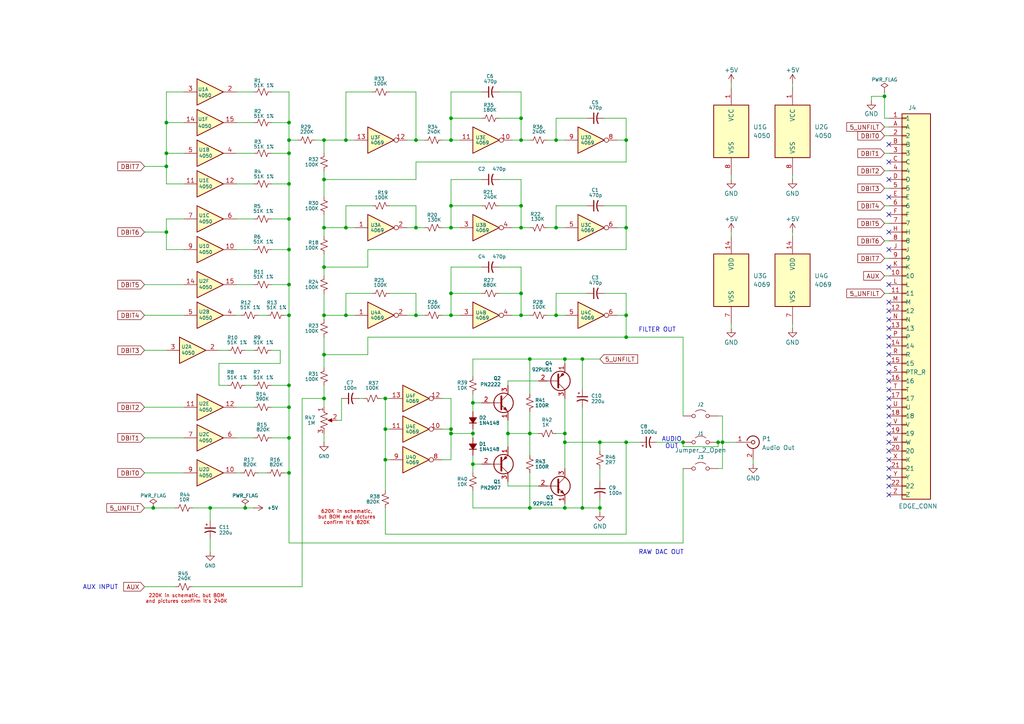
<source format=kicad_sch>
(kicad_sch (version 20250114) (generator "eeschema") (generator_version "9.0")
  (paper "A4")
  (lib_symbols
    (symbol "4xxx:4050" (pin_names (offset 1.016))
      (property "Reference" "U" (at 0 1.27 0))
      (property "Value" "4050" (at 0 -1.27 0))
      (symbol "4050_1_0"
        (pin input line (at -7.62 0 0) (length 3.81) (name "~") (number "3"))
        (pin output line (at 7.62 0 180) (length 3.81) (name "~") (number "2"))
      )
      (symbol "4050_2_0"
        (pin input line (at -7.62 0 0) (length 3.81) (name "~") (number "5"))
        (pin output line (at 7.62 0 180) (length 3.81) (name "~") (number "4"))
      )
      (symbol "4050_3_0"
        (pin input line (at -7.62 0 0) (length 3.81) (name "~") (number "7"))
        (pin output line (at 7.62 0 180) (length 3.81) (name "~") (number "6"))
      )
      (symbol "4050_4_0"
        (pin input line (at -7.62 0 0) (length 3.81) (name "~") (number "9"))
        (pin output line (at 7.62 0 180) (length 3.81) (name "~") (number "10"))
      )
      (symbol "4050_5_0"
        (pin input line (at -7.62 0 0) (length 3.81) (name "~") (number "11"))
        (pin output line (at 7.62 0 180) (length 3.81) (name "~") (number "12"))
      )
      (symbol "4050_6_0"
        (pin input line (at -7.62 0 0) (length 3.81) (name "~") (number "14"))
        (pin output line (at 7.62 0 180) (length 3.81) (name "~") (number "15"))
      )
      (symbol "4050_7_0"
        (pin power_in line (at 0 12.7 270) (length 5.08) (name "VCC") (number "1"))
        (pin power_in line (at 0 -12.7 90) (length 5.08) (name "VSS") (number "8"))
      )
    )
    (symbol "4xxx:4069" (pin_names (offset 1.016))
      (property "Reference" "U" (at 0 1.27 0))
      (property "Value" "4069" (at 0 -1.27 0))
      (symbol "4069_1_0"
        (pin input line (at -7.62 0 0) (length 3.81) (name "~") (number "1"))
        (pin output inverted (at 7.62 0 180) (length 3.81) (name "~") (number "2"))
      )
      (symbol "4069_2_0"
        (pin input line (at -7.62 0 0) (length 3.81) (name "~") (number "3"))
        (pin output inverted (at 7.62 0 180) (length 3.81) (name "~") (number "4"))
      )
      (symbol "4069_3_0"
        (pin input line (at -7.62 0 0) (length 3.81) (name "~") (number "5"))
        (pin output inverted (at 7.62 0 180) (length 3.81) (name "~") (number "6"))
      )
      (symbol "4069_4_0"
        (pin input line (at -7.62 0 0) (length 3.81) (name "~") (number "9"))
        (pin output inverted (at 7.62 0 180) (length 3.81) (name "~") (number "8"))
      )
      (symbol "4069_5_0"
        (pin input line (at -7.62 0 0) (length 3.81) (name "~") (number "11"))
        (pin output inverted (at 7.62 0 180) (length 3.81) (name "~") (number "10"))
      )
      (symbol "4069_6_0"
        (pin input line (at -7.62 0 0) (length 3.81) (name "~") (number "13"))
        (pin output inverted (at 7.62 0 180) (length 3.81) (name "~") (number "12"))
      )
      (symbol "4069_7_0"
        (pin power_in line (at 0 12.7 270) (length 5.08) (name "VDD") (number "14"))
        (pin power_in line (at 0 -12.7 90) (length 5.08) (name "VSS") (number "7"))
      )
    )
    (symbol "Connector:Conn_Coaxial" (pin_names (offset 1.016) (hide yes))
      (property "Reference" "J" (at 0.254 3.048 0))
      (property "Value" "Conn_Coaxial" (at 2.921 0 90))
      (symbol "Conn_Coaxial_1_1"
        (pin passive line (at -5.08 0 0) (length 2.54) (name "In") (number "1"))
        (pin passive line (at 0 -5.08 90) (length 2.54) (name "Ext") (number "2"))
      )
    )
    (symbol "Device:C_Polarized_Small_US" (pin_numbers (hide yes)) (pin_names (offset 0.254) (hide yes))
      (property "Reference" "C" (at 0.254 1.778 0))
      (property "Value" "C_Polarized_Small_US" (at 0.254 -2.032 0))
      (symbol "C_Polarized_Small_US_1_1"
        (pin passive line (at 0 2.54 270) (length 2.032) (name "~") (number "1"))
        (pin passive line (at 0 -2.54 90) (length 2.032) (name "~") (number "2"))
      )
    )
    (symbol "Device:C_Small_US" (pin_numbers (hide yes)) (pin_names (offset 0.254) (hide yes))
      (property "Reference" "C" (at 0.254 1.778 0))
      (property "Value" "C_Small_US" (at 0.254 -2.032 0))
      (symbol "C_Small_US_1_1"
        (pin passive line (at 0 2.54 270) (length 2.032) (name "~") (number "1"))
        (pin passive line (at 0 -2.54 90) (length 2.032) (name "~") (number "2"))
      )
    )
    (symbol "Device:D_Small_Filled" (pin_numbers (hide yes)) (pin_names (offset 0.254) (hide yes))
      (property "Reference" "D" (at -1.27 2.032 0))
      (property "Value" "D_Small_Filled" (at -3.81 -2.032 0))
      (symbol "D_Small_Filled_1_1"
        (pin passive line (at -2.54 0 0) (length 1.778) (name "K") (number "1"))
        (pin passive line (at 2.54 0 180) (length 1.778) (name "A") (number "2"))
      )
    )
    (symbol "Device:R_Potentiometer_US" (pin_names (offset 1.016) (hide yes))
      (property "Reference" "RV" (at -4.445 0 90))
      (property "Value" "R_Potentiometer_US" (at -2.54 0 90))
      (symbol "R_Potentiometer_US_1_1"
        (pin passive line (at 0 3.81 270) (length 1.27) (name "1") (number "1"))
        (pin passive line (at 0 -3.81 90) (length 1.27) (name "3") (number "3"))
        (pin passive line (at 3.81 0 180) (length 1.27) (name "2") (number "2"))
      )
    )
    (symbol "Device:R_Small_US" (pin_numbers (hide yes)) (pin_names (offset 0.254) (hide yes))
      (property "Reference" "R" (at 0.762 0.508 0))
      (property "Value" "R_Small_US" (at 0.762 -1.016 0))
      (symbol "R_Small_US_1_1"
        (pin passive line (at 0 2.54 270) (length 1.016) (name "~") (number "1"))
        (pin passive line (at 0 -2.54 90) (length 1.016) (name "~") (number "2"))
      )
    )
    (symbol "Jumper:Jumper_2_Open" (pin_numbers (hide yes)) (pin_names (offset 0) (hide yes))
      (property "Reference" "JP" (at 0 2.794 0))
      (property "Value" "Jumper_2_Open" (at 0 -2.286 0))
      (symbol "Jumper_2_Open_1_1"
        (pin passive line (at -5.08 0 0) (length 2.54) (name "A") (number "1"))
        (pin passive line (at 5.08 0 180) (length 2.54) (name "B") (number "2"))
      )
    )
    (symbol "KIM-1:EDGE_CONN" (pin_names (offset 1.016))
      (property "Reference" "P12" (at -1.27 -59.69 0))
      (property "Value" "EDGE_CONN" (at -1.27 -62.23 0))
      (symbol "EDGE_CONN_1_1"
        (pin passive line (at -5.08 53.34 0) (length 3.81) (name "1") (number "1"))
        (pin passive line (at -5.08 50.8 0) (length 3.81) (name "A") (number "A"))
        (pin passive line (at -5.08 48.26 0) (length 3.81) (name "2") (number "2"))
        (pin passive line (at -5.08 45.72 0) (length 3.81) (name "B") (number "B"))
        (pin passive line (at -5.08 43.18 0) (length 3.81) (name "3") (number "3"))
        (pin passive line (at -5.08 40.64 0) (length 3.81) (name "C") (number "C"))
        (pin passive line (at -5.08 38.1 0) (length 3.81) (name "4") (number "4"))
        (pin passive line (at -5.08 35.56 0) (length 3.81) (name "D") (number "D"))
        (pin passive line (at -5.08 33.02 0) (length 3.81) (name "5") (number "5"))
        (pin passive line (at -5.08 30.48 0) (length 3.81) (name "E") (number "E"))
        (pin passive line (at -5.08 27.94 0) (length 3.81) (name "6") (number "6"))
        (pin passive line (at -5.08 25.4 0) (length 3.81) (name "F") (number "F"))
        (pin passive line (at -5.08 22.86 0) (length 3.81) (name "7") (number "7"))
        (pin passive line (at -5.08 20.32 0) (length 3.81) (name "H") (number "H"))
        (pin passive line (at -5.08 17.78 0) (length 3.81) (name "8") (number "8"))
        (pin passive line (at -5.08 15.24 0) (length 3.81) (name "J") (number "J"))
        (pin passive line (at -5.08 12.7 0) (length 3.81) (name "9") (number "9"))
        (pin passive line (at -5.08 10.16 0) (length 3.81) (name "K") (number "K"))
        (pin passive line (at -5.08 7.62 0) (length 3.81) (name "10") (number "10"))
        (pin passive line (at -5.08 5.08 0) (length 3.81) (name "L") (number "L"))
        (pin passive line (at -5.08 2.54 0) (length 3.81) (name "11") (number "11"))
        (pin passive line (at -5.08 0 0) (length 3.81) (name "M") (number "M"))
        (pin passive line (at -5.08 -2.54 0) (length 3.81) (name "12") (number "12"))
        (pin passive line (at -5.08 -5.08 0) (length 3.81) (name "N") (number "N"))
        (pin passive line (at -5.08 -7.62 0) (length 3.81) (name "13") (number "13"))
        (pin passive line (at -5.08 -10.16 0) (length 3.81) (name "P") (number "P"))
        (pin passive line (at -5.08 -12.7 0) (length 3.81) (name "14") (number "14"))
        (pin passive line (at -5.08 -15.24 0) (length 3.81) (name "R") (number "R"))
        (pin passive line (at -5.08 -17.78 0) (length 3.81) (name "15") (number "15"))
        (pin passive line (at -5.08 -20.32 0) (length 3.81) (name "PTR_R") (number "S"))
        (pin passive line (at -5.08 -22.86 0) (length 3.81) (name "16") (number "16"))
        (pin passive line (at -5.08 -25.4 0) (length 3.81) (name "T") (number "T"))
        (pin passive line (at -5.08 -27.94 0) (length 3.81) (name "17") (number "17"))
        (pin passive line (at -5.08 -30.48 0) (length 3.81) (name "U") (number "U"))
        (pin passive line (at -5.08 -33.02 0) (length 3.81) (name "18") (number "18"))
        (pin passive line (at -5.08 -35.56 0) (length 3.81) (name "V") (number "V"))
        (pin passive line (at -5.08 -38.1 0) (length 3.81) (name "19") (number "19"))
        (pin passive line (at -5.08 -40.64 0) (length 3.81) (name "W") (number "W"))
        (pin passive line (at -5.08 -43.18 0) (length 3.81) (name "20") (number "20"))
        (pin passive line (at -5.08 -45.72 0) (length 3.81) (name "X") (number "X"))
        (pin passive line (at -5.08 -48.26 0) (length 3.81) (name "21") (number "21"))
        (pin passive line (at -5.08 -50.8 0) (length 3.81) (name "Y") (number "Y"))
        (pin passive line (at -5.08 -53.34 0) (length 3.81) (name "22") (number "22"))
        (pin passive line (at -5.08 -55.88 0) (length 3.81) (name "Z") (number "Z"))
      )
    )
    (symbol "Transistor_BJT:PN2222A" (pin_names (offset 0) (hide yes))
      (property "Reference" "Q" (at 5.08 1.905 0))
      (property "Value" "PN2222A" (at 5.08 0 0))
      (symbol "PN2222A_1_1"
        (pin input line (at -5.08 0 0) (length 2.54) (name "B") (number "2"))
        (pin passive line (at 2.54 5.08 270) (length 2.54) (name "C") (number "3"))
        (pin passive line (at 2.54 -5.08 90) (length 2.54) (name "E") (number "1"))
      )
    )
    (symbol "Transistor_BJT:Q_NPN_EBC" (pin_names (offset 0) (hide yes))
      (property "Reference" "Q" (at 5.08 1.27 0))
      (property "Value" "Q_NPN_EBC" (at 5.08 -1.27 0))
      (symbol "Q_NPN_EBC_1_1"
        (pin input line (at -5.08 0 0) (length 2.54) (name "B") (number "2"))
        (pin passive line (at 2.54 5.08 270) (length 2.54) (name "C") (number "3"))
        (pin passive line (at 2.54 -5.08 90) (length 2.54) (name "E") (number "1"))
      )
    )
    (symbol "Transistor_BJT:Q_PNP_EBC" (pin_names (offset 0) (hide yes))
      (property "Reference" "Q" (at 5.08 1.27 0))
      (property "Value" "Q_PNP_EBC" (at 5.08 -1.27 0))
      (symbol "Q_PNP_EBC_1_1"
        (pin input line (at -5.08 0 0) (length 2.54) (name "B") (number "2"))
        (pin passive line (at 2.54 5.08 270) (length 2.54) (name "C") (number "3"))
        (pin passive line (at 2.54 -5.08 90) (length 2.54) (name "E") (number "1"))
      )
    )
    (symbol "power:+5V" (power) (pin_numbers (hide yes)) (pin_names (offset 0) (hide yes))
      (property "Value" "+5V" (at 0 3.556 0))
      (symbol "+5V_1_1"
        (pin power_in line (at 0 0 90) (length 0) (name "~") (number "1"))
      )
    )
    (symbol "power:GND" (power) (pin_numbers (hide yes)) (pin_names (offset 0) (hide yes))
      (property "Value" "GND" (at 0 -3.81 0))
      (symbol "GND_1_1"
        (pin power_in line (at 0 0 270) (length 0) (name "~") (number "1"))
      )
    )
    (symbol "power:PWR_FLAG" (power) (pin_numbers (hide yes)) (pin_names (offset 0) (hide yes))
      (property "Value" "PWR_FLAG" (at 0 3.81 0))
      (symbol "PWR_FLAG_0_0"
        (pin power_out line (at 0 0 90) (length 0) (name "~") (number "1"))
      )
    )
  )
  (text "220K in schematic, but BOM\nand pictures confirm it's 240K" (at 54.102 173.736 0) (effects (font (size 1 1))))
  (text "AUDIO\nOUT" (at 194.818 128.524 0) (effects (font (size 1.27 1.27))))
  (text "RAW DAC OUT" (at 185.166 160.274 0) (effects (font (size 1.27 1.27)) (justify left)))
  (text "620K in schematic,\nbut BOM and pictures\nconfirm it's 820K" (at 100.584 150.114 0) (effects (font (size 1 1))))
  (text "AUX INPUT" (at 34.29 170.434 0) (effects (font (size 1.27 1.27)) (justify right)))
  (text "FILTER OUT" (at 185.166 95.758 0) (effects (font (size 1.27 1.27)) (justify left)))
  (junction (at 163.83 125.73))
  (junction (at 168.91 104.14))
  (junction (at 209.55 128.27))
  (junction (at 208.28 128.27))
  (junction (at 151.13 34.29))
  (junction (at 83.82 44.45))
  (junction (at 256.54 27.94))
  (junction (at 111.76 124.46))
  (junction (at 130.81 40.64))
  (junction (at 161.29 66.04))
  (junction (at 153.67 125.73))
  (junction (at 181.61 97.79))
  (junction (at 130.81 34.29))
  (junction (at 137.16 134.62))
  (junction (at 83.82 82.55))
  (junction (at 151.13 59.69))
  (junction (at 168.91 147.32))
  (junction (at 173.99 147.32))
  (junction (at 48.26 67.31))
  (junction (at 151.13 85.09))
  (junction (at 44.45 147.32))
  (junction (at 130.81 66.04))
  (junction (at 153.67 147.32))
  (junction (at 120.65 91.44))
  (junction (at 48.26 48.26))
  (junction (at 151.13 40.64))
  (junction (at 181.61 66.04))
  (junction (at 83.82 40.64))
  (junction (at 151.13 66.04))
  (junction (at 198.12 128.27))
  (junction (at 83.82 53.34))
  (junction (at 173.99 128.27))
  (junction (at 181.61 40.64))
  (junction (at 137.16 125.73))
  (junction (at 163.83 104.14))
  (junction (at 120.65 40.64))
  (junction (at 130.81 85.09))
  (junction (at 83.82 111.76))
  (junction (at 120.65 66.04))
  (junction (at 93.98 102.87))
  (junction (at 100.33 66.04))
  (junction (at 93.98 52.07))
  (junction (at 83.82 118.11))
  (junction (at 83.82 91.44))
  (junction (at 111.76 133.35))
  (junction (at 83.82 127))
  (junction (at 100.33 91.44))
  (junction (at 71.12 147.32))
  (junction (at 163.83 147.32))
  (junction (at 83.82 137.16))
  (junction (at 147.32 125.73))
  (junction (at 130.81 124.46))
  (junction (at 93.98 91.44))
  (junction (at 137.16 116.84))
  (junction (at 93.98 77.47))
  (junction (at 130.81 91.44))
  (junction (at 153.67 104.14))
  (junction (at 161.29 91.44))
  (junction (at 48.26 35.56))
  (junction (at 93.98 40.64))
  (junction (at 83.82 35.56))
  (junction (at 93.98 115.57))
  (junction (at 111.76 115.57))
  (junction (at 181.61 128.27))
  (junction (at 48.26 44.45))
  (junction (at 161.29 40.64))
  (junction (at 93.98 66.04))
  (junction (at 181.61 91.44))
  (junction (at 100.33 40.64))
  (junction (at 151.13 91.44))
  (junction (at 130.81 59.69))
  (junction (at 130.81 125.73))
  (junction (at 60.96 147.32))
  (junction (at 83.82 72.39))
  (junction (at 83.82 63.5))
  (junction (at 163.83 128.27))
  (no_connect (at 257.81 140.97))
  (no_connect (at 257.81 125.73))
  (no_connect (at 257.81 92.71))
  (no_connect (at 257.81 90.17))
  (no_connect (at 257.81 77.47))
  (no_connect (at 257.81 82.55))
  (no_connect (at 257.81 135.89))
  (no_connect (at 257.81 115.57))
  (no_connect (at 257.81 67.31))
  (no_connect (at 257.81 57.15))
  (no_connect (at 257.81 102.87))
  (no_connect (at 257.81 123.19))
  (no_connect (at 257.81 41.91))
  (no_connect (at 257.81 107.95))
  (no_connect (at 257.81 46.99))
  (no_connect (at 257.81 138.43))
  (no_connect (at 257.81 95.25))
  (no_connect (at 257.81 87.63))
  (no_connect (at 257.81 130.81))
  (no_connect (at 257.81 62.23))
  (no_connect (at 257.81 128.27))
  (no_connect (at 257.81 100.33))
  (no_connect (at 257.81 52.07))
  (no_connect (at 257.81 105.41))
  (no_connect (at 257.81 113.03))
  (no_connect (at 257.81 72.39))
  (no_connect (at 257.81 120.65))
  (no_connect (at 257.81 133.35))
  (no_connect (at 257.81 97.79))
  (no_connect (at 257.81 118.11))
  (no_connect (at 257.81 110.49))
  (no_connect (at 257.81 143.51))
  (wire (pts (xy 81.28 101.6) (xy 81.28 105.41)))
  (wire (pts (xy 68.58 127) (xy 73.66 127)))
  (wire (pts (xy 151.13 59.69) (xy 151.13 66.04)))
  (wire (pts (xy 139.7 26.67) (xy 130.81 26.67)))
  (wire (pts (xy 48.26 44.45) (xy 48.26 48.26)))
  (wire (pts (xy 151.13 26.67) (xy 151.13 34.29)))
  (wire (pts (xy 212.09 67.31) (xy 212.09 68.58)))
  (wire (pts (xy 106.68 97.79) (xy 181.61 97.79)))
  (wire (pts (xy 120.65 40.64) (xy 120.65 26.67)))
  (wire (pts (xy 161.29 66.04) (xy 163.83 66.04)))
  (wire (pts (xy 100.33 59.69) (xy 100.33 66.04)))
  (wire (pts (xy 63.5 105.41) (xy 63.5 111.76)))
  (wire (pts (xy 130.81 26.67) (xy 130.81 34.29)))
  (wire (pts (xy 198.12 128.27) (xy 198.12 129.54)))
  (wire (pts (xy 60.96 147.32) (xy 60.96 151.13)))
  (wire (pts (xy 78.74 35.56) (xy 83.82 35.56)))
  (wire (pts (xy 181.61 40.64) (xy 181.61 46.99)))
  (wire (pts (xy 93.98 49.53) (xy 93.98 52.07)))
  (wire (pts (xy 83.82 40.64) (xy 86.36 40.64)))
  (wire (pts (xy 137.16 125.73) (xy 137.16 127)))
  (wire (pts (xy 139.7 85.09) (xy 130.81 85.09)))
  (wire (pts (xy 151.13 77.47) (xy 151.13 85.09)))
  (wire (pts (xy 68.58 53.34) (xy 73.66 53.34)))
  (wire (pts (xy 74.93 91.44) (xy 77.47 91.44)))
  (wire (pts (xy 83.82 35.56) (xy 83.82 40.64)))
  (wire (pts (xy 82.55 91.44) (xy 83.82 91.44)))
  (wire (pts (xy 218.44 133.35) (xy 218.44 134.62)))
  (wire (pts (xy 41.91 127) (xy 53.34 127)))
  (wire (pts (xy 181.61 85.09) (xy 181.61 91.44)))
  (wire (pts (xy 74.93 137.16) (xy 77.47 137.16)))
  (wire (pts (xy 78.74 111.76) (xy 83.82 111.76)))
  (wire (pts (xy 68.58 72.39) (xy 73.66 72.39)))
  (wire (pts (xy 256.54 80.01) (xy 257.81 80.01)))
  (wire (pts (xy 120.65 66.04) (xy 120.65 59.69)))
  (wire (pts (xy 41.91 48.26) (xy 48.26 48.26)))
  (wire (pts (xy 256.54 27.94) (xy 256.54 34.29)))
  (wire (pts (xy 147.32 125.73) (xy 147.32 129.54)))
  (wire (pts (xy 93.98 85.09) (xy 93.98 91.44)))
  (wire (pts (xy 83.82 111.76) (xy 83.82 118.11)))
  (wire (pts (xy 111.76 133.35) (xy 113.03 133.35)))
  (wire (pts (xy 256.54 26.67) (xy 256.54 27.94)))
  (wire (pts (xy 181.61 154.94) (xy 181.61 128.27)))
  (wire (pts (xy 137.16 142.24) (xy 137.16 147.32)))
  (wire (pts (xy 173.99 147.32) (xy 168.91 147.32)))
  (wire (pts (xy 161.29 125.73) (xy 163.83 125.73)))
  (wire (pts (xy 107.95 59.69) (xy 100.33 59.69)))
  (wire (pts (xy 153.67 125.73) (xy 153.67 132.08)))
  (wire (pts (xy 100.33 26.67) (xy 100.33 40.64)))
  (wire (pts (xy 181.61 91.44) (xy 181.61 97.79)))
  (wire (pts (xy 48.26 63.5) (xy 48.26 67.31)))
  (wire (pts (xy 118.11 40.64) (xy 120.65 40.64)))
  (wire (pts (xy 130.81 59.69) (xy 130.81 66.04)))
  (wire (pts (xy 111.76 115.57) (xy 111.76 124.46)))
  (wire (pts (xy 256.54 64.77) (xy 257.81 64.77)))
  (wire (pts (xy 83.82 53.34) (xy 83.82 63.5)))
  (wire (pts (xy 120.65 46.99) (xy 181.61 46.99)))
  (wire (pts (xy 128.27 124.46) (xy 130.81 124.46)))
  (wire (pts (xy 163.83 125.73) (xy 163.83 128.27)))
  (wire (pts (xy 48.26 63.5) (xy 53.34 63.5)))
  (wire (pts (xy 198.12 135.89) (xy 198.12 157.48)))
  (wire (pts (xy 144.78 77.47) (xy 151.13 77.47)))
  (wire (pts (xy 212.09 50.8) (xy 212.09 52.07)))
  (wire (pts (xy 198.12 129.54) (xy 208.28 129.54)))
  (wire (pts (xy 173.99 144.78) (xy 173.99 147.32)))
  (wire (pts (xy 87.63 170.18) (xy 87.63 115.57)))
  (wire (pts (xy 148.59 91.44) (xy 151.13 91.44)))
  (wire (pts (xy 147.32 140.97) (xy 147.32 139.7)))
  (wire (pts (xy 130.81 85.09) (xy 130.81 91.44)))
  (wire (pts (xy 137.16 134.62) (xy 137.16 137.16)))
  (wire (pts (xy 118.11 66.04) (xy 120.65 66.04)))
  (wire (pts (xy 83.82 118.11) (xy 83.82 127)))
  (wire (pts (xy 87.63 115.57) (xy 93.98 115.57)))
  (wire (pts (xy 161.29 91.44) (xy 163.83 91.44)))
  (wire (pts (xy 83.82 91.44) (xy 83.82 111.76)))
  (wire (pts (xy 168.91 104.14) (xy 173.99 104.14)))
  (wire (pts (xy 106.68 72.39) (xy 181.61 72.39)))
  (wire (pts (xy 83.82 127) (xy 83.82 137.16)))
  (wire (pts (xy 256.54 85.09) (xy 257.81 85.09)))
  (wire (pts (xy 212.09 24.13) (xy 212.09 25.4)))
  (wire (pts (xy 97.79 121.92) (xy 99.06 121.92)))
  (wire (pts (xy 252.73 27.94) (xy 256.54 27.94)))
  (wire (pts (xy 83.82 157.48) (xy 198.12 157.48)))
  (wire (pts (xy 161.29 59.69) (xy 161.29 66.04)))
  (wire (pts (xy 128.27 115.57) (xy 130.81 115.57)))
  (wire (pts (xy 181.61 59.69) (xy 181.61 66.04)))
  (wire (pts (xy 71.12 101.6) (xy 73.66 101.6)))
  (wire (pts (xy 48.26 48.26) (xy 48.26 53.34)))
  (wire (pts (xy 168.91 118.11) (xy 168.91 147.32)))
  (wire (pts (xy 137.16 104.14) (xy 137.16 109.22)))
  (wire (pts (xy 68.58 82.55) (xy 73.66 82.55)))
  (wire (pts (xy 130.81 34.29) (xy 130.81 40.64)))
  (wire (pts (xy 111.76 115.57) (xy 113.03 115.57)))
  (wire (pts (xy 130.81 133.35) (xy 128.27 133.35)))
  (wire (pts (xy 78.74 63.5) (xy 83.82 63.5)))
  (wire (pts (xy 229.87 93.98) (xy 229.87 95.25)))
  (wire (pts (xy 111.76 124.46) (xy 111.76 133.35)))
  (wire (pts (xy 48.26 35.56) (xy 53.34 35.56)))
  (wire (pts (xy 41.91 67.31) (xy 48.26 67.31)))
  (wire (pts (xy 181.61 34.29) (xy 181.61 40.64)))
  (wire (pts (xy 120.65 91.44) (xy 123.19 91.44)))
  (wire (pts (xy 153.67 137.16) (xy 153.67 147.32)))
  (wire (pts (xy 60.96 156.21) (xy 60.96 160.02)))
  (wire (pts (xy 175.26 34.29) (xy 181.61 34.29)))
  (wire (pts (xy 130.81 125.73) (xy 130.81 133.35)))
  (wire (pts (xy 163.83 115.57) (xy 163.83 125.73)))
  (wire (pts (xy 93.98 40.64) (xy 93.98 44.45)))
  (wire (pts (xy 120.65 26.67) (xy 113.03 26.67)))
  (wire (pts (xy 209.55 135.89) (xy 208.28 135.89)))
  (wire (pts (xy 93.98 97.79) (xy 93.98 102.87)))
  (wire (pts (xy 68.58 91.44) (xy 69.85 91.44)))
  (wire (pts (xy 68.58 26.67) (xy 73.66 26.67)))
  (wire (pts (xy 78.74 44.45) (xy 83.82 44.45)))
  (wire (pts (xy 48.26 67.31) (xy 48.26 72.39)))
  (wire (pts (xy 130.81 115.57) (xy 130.81 124.46)))
  (wire (pts (xy 78.74 127) (xy 83.82 127)))
  (wire (pts (xy 151.13 66.04) (xy 153.67 66.04)))
  (wire (pts (xy 93.98 91.44) (xy 100.33 91.44)))
  (wire (pts (xy 144.78 85.09) (xy 151.13 85.09)))
  (wire (pts (xy 137.16 114.3) (xy 137.16 116.84)))
  (wire (pts (xy 139.7 59.69) (xy 130.81 59.69)))
  (wire (pts (xy 111.76 154.94) (xy 181.61 154.94)))
  (wire (pts (xy 158.75 40.64) (xy 161.29 40.64)))
  (wire (pts (xy 41.91 91.44) (xy 53.34 91.44)))
  (wire (pts (xy 128.27 91.44) (xy 130.81 91.44)))
  (wire (pts (xy 256.54 34.29) (xy 257.81 34.29)))
  (wire (pts (xy 209.55 128.27) (xy 213.36 128.27)))
  (wire (pts (xy 151.13 40.64) (xy 153.67 40.64)))
  (wire (pts (xy 100.33 66.04) (xy 102.87 66.04)))
  (wire (pts (xy 78.74 101.6) (xy 81.28 101.6)))
  (wire (pts (xy 71.12 147.32) (xy 73.66 147.32)))
  (wire (pts (xy 153.67 104.14) (xy 137.16 104.14)))
  (wire (pts (xy 93.98 40.64) (xy 100.33 40.64)))
  (wire (pts (xy 111.76 124.46) (xy 113.03 124.46)))
  (wire (pts (xy 93.98 102.87) (xy 93.98 106.68)))
  (wire (pts (xy 170.18 59.69) (xy 161.29 59.69)))
  (wire (pts (xy 55.88 147.32) (xy 60.96 147.32)))
  (wire (pts (xy 144.78 34.29) (xy 151.13 34.29)))
  (wire (pts (xy 229.87 50.8) (xy 229.87 52.07)))
  (wire (pts (xy 93.98 91.44) (xy 93.98 92.71)))
  (wire (pts (xy 139.7 77.47) (xy 130.81 77.47)))
  (wire (pts (xy 83.82 137.16) (xy 82.55 137.16)))
  (wire (pts (xy 147.32 125.73) (xy 153.67 125.73)))
  (wire (pts (xy 151.13 85.09) (xy 151.13 91.44)))
  (wire (pts (xy 212.09 93.98) (xy 212.09 95.25)))
  (wire (pts (xy 151.13 91.44) (xy 153.67 91.44)))
  (wire (pts (xy 181.61 66.04) (xy 181.61 72.39)))
  (wire (pts (xy 99.06 121.92) (xy 99.06 115.57)))
  (wire (pts (xy 179.07 66.04) (xy 181.61 66.04)))
  (wire (pts (xy 93.98 62.23) (xy 93.98 66.04)))
  (wire (pts (xy 173.99 147.32) (xy 173.99 148.59)))
  (wire (pts (xy 163.83 128.27) (xy 173.99 128.27)))
  (wire (pts (xy 256.54 49.53) (xy 257.81 49.53)))
  (wire (pts (xy 41.91 118.11) (xy 53.34 118.11)))
  (wire (pts (xy 83.82 63.5) (xy 83.82 72.39)))
  (wire (pts (xy 48.26 53.34) (xy 53.34 53.34)))
  (wire (pts (xy 153.67 104.14) (xy 153.67 114.3)))
  (wire (pts (xy 68.58 35.56) (xy 73.66 35.56)))
  (wire (pts (xy 93.98 125.73) (xy 93.98 128.27)))
  (wire (pts (xy 151.13 34.29) (xy 151.13 40.64)))
  (wire (pts (xy 256.54 69.85) (xy 257.81 69.85)))
  (wire (pts (xy 170.18 34.29) (xy 161.29 34.29)))
  (wire (pts (xy 139.7 116.84) (xy 137.16 116.84)))
  (wire (pts (xy 130.81 124.46) (xy 130.81 125.73)))
  (wire (pts (xy 106.68 97.79) (xy 106.68 102.87)))
  (wire (pts (xy 148.59 66.04) (xy 151.13 66.04)))
  (wire (pts (xy 120.65 85.09) (xy 113.03 85.09)))
  (wire (pts (xy 93.98 111.76) (xy 93.98 115.57)))
  (wire (pts (xy 161.29 34.29) (xy 161.29 40.64)))
  (wire (pts (xy 93.98 52.07) (xy 120.65 52.07)))
  (wire (pts (xy 139.7 52.07) (xy 130.81 52.07)))
  (wire (pts (xy 41.91 170.18) (xy 50.8 170.18)))
  (wire (pts (xy 175.26 59.69) (xy 181.61 59.69)))
  (wire (pts (xy 256.54 44.45) (xy 257.81 44.45)))
  (wire (pts (xy 153.67 119.38) (xy 153.67 125.73)))
  (wire (pts (xy 44.45 147.32) (xy 50.8 147.32)))
  (wire (pts (xy 151.13 52.07) (xy 151.13 59.69)))
  (wire (pts (xy 130.81 66.04) (xy 133.35 66.04)))
  (wire (pts (xy 41.91 82.55) (xy 53.34 82.55)))
  (wire (pts (xy 53.34 26.67) (xy 48.26 26.67)))
  (wire (pts (xy 256.54 54.61) (xy 257.81 54.61)))
  (wire (pts (xy 93.98 77.47) (xy 106.68 77.47)))
  (wire (pts (xy 153.67 125.73) (xy 156.21 125.73)))
  (wire (pts (xy 60.96 147.32) (xy 71.12 147.32)))
  (wire (pts (xy 179.07 40.64) (xy 181.61 40.64)))
  (wire (pts (xy 137.16 134.62) (xy 137.16 132.08)))
  (wire (pts (xy 83.82 137.16) (xy 83.82 157.48)))
  (wire (pts (xy 208.28 128.27) (xy 208.28 129.54)))
  (wire (pts (xy 55.88 170.18) (xy 87.63 170.18)))
  (wire (pts (xy 128.27 66.04) (xy 130.81 66.04)))
  (wire (pts (xy 107.95 85.09) (xy 100.33 85.09)))
  (wire (pts (xy 41.91 101.6) (xy 48.26 101.6)))
  (wire (pts (xy 179.07 91.44) (xy 181.61 91.44)))
  (wire (pts (xy 83.82 40.64) (xy 83.82 44.45)))
  (wire (pts (xy 120.65 91.44) (xy 120.65 85.09)))
  (wire (pts (xy 156.21 140.97) (xy 147.32 140.97)))
  (wire (pts (xy 209.55 120.65) (xy 209.55 128.27)))
  (wire (pts (xy 163.83 105.41) (xy 163.83 104.14)))
  (wire (pts (xy 148.59 40.64) (xy 151.13 40.64)))
  (wire (pts (xy 156.21 110.49) (xy 147.32 110.49)))
  (wire (pts (xy 256.54 74.93) (xy 257.81 74.93)))
  (wire (pts (xy 68.58 44.45) (xy 73.66 44.45)))
  (wire (pts (xy 118.11 91.44) (xy 120.65 91.44)))
  (wire (pts (xy 81.28 105.41) (xy 63.5 105.41)))
  (wire (pts (xy 229.87 24.13) (xy 229.87 25.4)))
  (wire (pts (xy 256.54 39.37) (xy 257.81 39.37)))
  (wire (pts (xy 68.58 118.11) (xy 73.66 118.11)))
  (wire (pts (xy 170.18 85.09) (xy 161.29 85.09)))
  (wire (pts (xy 163.83 147.32) (xy 168.91 147.32)))
  (wire (pts (xy 130.81 40.64) (xy 133.35 40.64)))
  (wire (pts (xy 83.82 82.55) (xy 83.82 91.44)))
  (wire (pts (xy 139.7 134.62) (xy 137.16 134.62)))
  (wire (pts (xy 161.29 40.64) (xy 163.83 40.64)))
  (wire (pts (xy 173.99 135.89) (xy 173.99 139.7)))
  (wire (pts (xy 48.26 72.39) (xy 53.34 72.39)))
  (wire (pts (xy 63.5 101.6) (xy 66.04 101.6)))
  (wire (pts (xy 83.82 72.39) (xy 83.82 82.55)))
  (wire (pts (xy 144.78 26.67) (xy 151.13 26.67)))
  (wire (pts (xy 147.32 110.49) (xy 147.32 111.76)))
  (wire (pts (xy 181.61 97.79) (xy 198.12 97.79)))
  (wire (pts (xy 78.74 118.11) (xy 83.82 118.11)))
  (wire (pts (xy 78.74 26.67) (xy 83.82 26.67)))
  (wire (pts (xy 93.98 52.07) (xy 93.98 57.15)))
  (wire (pts (xy 48.26 26.67) (xy 48.26 35.56)))
  (wire (pts (xy 147.32 121.92) (xy 147.32 125.73)))
  (wire (pts (xy 130.81 77.47) (xy 130.81 85.09)))
  (wire (pts (xy 120.65 40.64) (xy 123.19 40.64)))
  (wire (pts (xy 68.58 137.16) (xy 69.85 137.16)))
  (wire (pts (xy 173.99 128.27) (xy 181.61 128.27)))
  (wire (pts (xy 106.68 72.39) (xy 106.68 77.47)))
  (wire (pts (xy 163.83 104.14) (xy 153.67 104.14)))
  (wire (pts (xy 93.98 66.04) (xy 93.98 68.58)))
  (wire (pts (xy 163.83 146.05) (xy 163.83 147.32)))
  (wire (pts (xy 63.5 111.76) (xy 66.04 111.76)))
  (wire (pts (xy 153.67 147.32) (xy 163.83 147.32)))
  (wire (pts (xy 71.12 111.76) (xy 73.66 111.76)))
  (wire (pts (xy 120.65 59.69) (xy 113.03 59.69)))
  (wire (pts (xy 100.33 40.64) (xy 102.87 40.64)))
  (wire (pts (xy 78.74 53.34) (xy 83.82 53.34)))
  (wire (pts (xy 163.83 128.27) (xy 163.83 135.89)))
  (wire (pts (xy 48.26 44.45) (xy 53.34 44.45)))
  (wire (pts (xy 110.49 115.57) (xy 111.76 115.57)))
  (wire (pts (xy 137.16 116.84) (xy 137.16 119.38)))
  (wire (pts (xy 48.26 35.56) (xy 48.26 44.45)))
  (wire (pts (xy 107.95 26.67) (xy 100.33 26.67)))
  (wire (pts (xy 100.33 91.44) (xy 102.87 91.44)))
  (wire (pts (xy 120.65 46.99) (xy 120.65 52.07)))
  (wire (pts (xy 130.81 91.44) (xy 133.35 91.44)))
  (wire (pts (xy 41.91 147.32) (xy 44.45 147.32)))
  (wire (pts (xy 137.16 147.32) (xy 153.67 147.32)))
  (wire (pts (xy 256.54 59.69) (xy 257.81 59.69)))
  (wire (pts (xy 104.14 115.57) (xy 105.41 115.57)))
  (wire (pts (xy 137.16 124.46) (xy 137.16 125.73)))
  (wire (pts (xy 91.44 40.64) (xy 93.98 40.64)))
  (wire (pts (xy 93.98 66.04) (xy 100.33 66.04)))
  (wire (pts (xy 161.29 85.09) (xy 161.29 91.44)))
  (wire (pts (xy 93.98 73.66) (xy 93.98 77.47)))
  (wire (pts (xy 168.91 113.03) (xy 168.91 104.14)))
  (wire (pts (xy 229.87 67.31) (xy 229.87 68.58)))
  (wire (pts (xy 175.26 85.09) (xy 181.61 85.09)))
  (wire (pts (xy 144.78 52.07) (xy 151.13 52.07)))
  (wire (pts (xy 83.82 44.45) (xy 83.82 53.34)))
  (wire (pts (xy 181.61 128.27) (xy 185.42 128.27)))
  (wire (pts (xy 93.98 102.87) (xy 106.68 102.87)))
  (wire (pts (xy 78.74 82.55) (xy 83.82 82.55)))
  (wire (pts (xy 198.12 97.79) (xy 198.12 120.65)))
  (wire (pts (xy 173.99 128.27) (xy 173.99 130.81)))
  (wire (pts (xy 100.33 85.09) (xy 100.33 91.44)))
  (wire (pts (xy 130.81 52.07) (xy 130.81 59.69)))
  (wire (pts (xy 78.74 72.39) (xy 83.82 72.39)))
  (wire (pts (xy 144.78 59.69) (xy 151.13 59.69)))
  (wire (pts (xy 68.58 63.5) (xy 73.66 63.5)))
  (wire (pts (xy 111.76 133.35) (xy 111.76 142.24)))
  (wire (pts (xy 256.54 36.83) (xy 257.81 36.83)))
  (wire (pts (xy 128.27 40.64) (xy 130.81 40.64)))
  (wire (pts (xy 139.7 34.29) (xy 130.81 34.29)))
  (wire (pts (xy 130.81 125.73) (xy 137.16 125.73)))
  (wire (pts (xy 41.91 137.16) (xy 53.34 137.16)))
  (wire (pts (xy 83.82 26.67) (xy 83.82 35.56)))
  (wire (pts (xy 120.65 66.04) (xy 123.19 66.04)))
  (wire (pts (xy 168.91 104.14) (xy 163.83 104.14)))
  (wire (pts (xy 208.28 120.65) (xy 209.55 120.65)))
  (wire (pts (xy 190.5 128.27) (xy 198.12 128.27)))
  (wire (pts (xy 252.73 29.21) (xy 252.73 27.94)))
  (wire (pts (xy 93.98 77.47) (xy 93.98 80.01)))
  (wire (pts (xy 158.75 91.44) (xy 161.29 91.44)))
  (wire (pts (xy 208.28 128.27) (xy 209.55 128.27)))
  (wire (pts (xy 209.55 128.27) (xy 209.55 135.89)))
  (wire (pts (xy 111.76 147.32) (xy 111.76 154.94)))
  (wire (pts (xy 93.98 115.57) (xy 93.98 118.11)))
  (wire (pts (xy 158.75 66.04) (xy 161.29 66.04)))
  (global_label "DBIT2" (shape input) (at 256.54 49.53 180) (property "Intersheetrefs" "${INTERSHEET_REFS}" (effects (hide yes))))
  (global_label "DBIT7" (shape input) (at 256.54 74.93 180) (property "Intersheetrefs" "${INTERSHEET_REFS}" (effects (hide yes))))
  (global_label "AUX" (shape input) (at 256.54 80.01 180) (property "Intersheetrefs" "${INTERSHEET_REFS}" (effects (hide yes))))
  (global_label "DBIT7" (shape input) (at 41.91 48.26 180) (property "Intersheetrefs" "${INTERSHEET_REFS}" (effects (hide yes))))
  (global_label "DBIT0" (shape input) (at 256.54 39.37 180) (property "Intersheetrefs" "${INTERSHEET_REFS}" (effects (hide yes))))
  (global_label "5_UNFILT" (shape input) (at 41.91 147.32 180) (property "Intersheetrefs" "${INTERSHEET_REFS}" (effects (hide yes))))
  (global_label "DBIT5" (shape input) (at 41.91 82.55 180) (property "Intersheetrefs" "${INTERSHEET_REFS}" (effects (hide yes))))
  (global_label "AUX" (shape input) (at 41.91 170.18 180) (property "Intersheetrefs" "${INTERSHEET_REFS}" (effects (hide yes))))
  (global_label "5_UNFILT" (shape input) (at 173.99 104.14 0) (property "Intersheetrefs" "${INTERSHEET_REFS}" (effects (hide yes))))
  (global_label "DBIT4" (shape input) (at 41.91 91.44 180) (property "Intersheetrefs" "${INTERSHEET_REFS}" (effects (hide yes))))
  (global_label "DBIT3" (shape input) (at 41.91 101.6 180) (property "Intersheetrefs" "${INTERSHEET_REFS}" (effects (hide yes))))
  (global_label "DBIT3" (shape input) (at 256.54 54.61 180) (property "Intersheetrefs" "${INTERSHEET_REFS}" (effects (hide yes))))
  (global_label "DBIT0" (shape input) (at 41.91 137.16 180) (property "Intersheetrefs" "${INTERSHEET_REFS}" (effects (hide yes))))
  (global_label "DBIT2" (shape input) (at 41.91 118.11 180) (property "Intersheetrefs" "${INTERSHEET_REFS}" (effects (hide yes))))
  (global_label "DBIT4" (shape input) (at 256.54 59.69 180) (property "Intersheetrefs" "${INTERSHEET_REFS}" (effects (hide yes))))
  (global_label "DBIT6" (shape input) (at 41.91 67.31 180) (property "Intersheetrefs" "${INTERSHEET_REFS}" (effects (hide yes))))
  (global_label "DBIT1" (shape input) (at 41.91 127 180) (property "Intersheetrefs" "${INTERSHEET_REFS}" (effects (hide yes))))
  (global_label "5_UNFILT" (shape input) (at 256.54 36.83 180) (property "Intersheetrefs" "${INTERSHEET_REFS}" (effects (hide yes))))
  (global_label "DBIT5" (shape input) (at 256.54 64.77 180) (property "Intersheetrefs" "${INTERSHEET_REFS}" (effects (hide yes))))
  (global_label "5_UNFILT" (shape input) (at 256.54 85.09 180) (property "Intersheetrefs" "${INTERSHEET_REFS}" (effects (hide yes))))
  (global_label "DBIT6" (shape input) (at 256.54 69.85 180) (property "Intersheetrefs" "${INTERSHEET_REFS}" (effects (hide yes))))
  (global_label "DBIT1" (shape input) (at 256.54 44.45 180) (property "Intersheetrefs" "${INTERSHEET_REFS}" (effects (hide yes))))
  (symbol (lib_id "Device:R_Small_US") (at 76.2 72.39 90) (unit 1)
    (property "Reference" "R6" (at 73.533 68.707 90) (effects (font (size 1 1)) (justify right)))
    (property "Value" "51K 1%" (at 73.406 70.104 90) (effects (font (size 1 1)) (justify right)))
    (property "Footprint" "KIM-1:R_Axial_DIN0204_L3.6mm_D2.5mm_P12.70mm_Horizontal_51K" (effects (hide yes)))
    (property "Description" "Resistor, small US symbol" (effects (hide yes)))
  )
  (symbol (lib_id "Device:R_Small_US") (at 93.98 59.69 180) (unit 1)
    (property "Reference" "R30" (at 92.456 58.928 0) (effects (font (size 1 1)) (justify left)))
    (property "Value" "100K" (at 92.456 60.452 0) (effects (font (size 1 1)) (justify left)))
    (property "Footprint" "KIM-1:R_Axial_DIN0204_L3.6mm_D2.5mm_P12.70mm_Horizontal_100K" (effects (hide yes)))
    (property "Description" "Resistor, small US symbol" (effects (hide yes)))
  )
  (symbol (lib_id "4xxx:4069") (at 110.49 66.04 0) (unit 1)
    (property "Reference" "U3" (at 107.442 65.278 0) (effects (font (size 1 1)) (justify left)))
    (property "Value" "4069" (at 107.442 66.802 0) (effects (font (size 1 1)) (justify left)))
    (property "Footprint" "KIM-1:DIP-14_W7.62mm_LongPads" (effects (hide yes)))
    (property "Datasheet" "http://www.intersil.com/content/dam/Intersil/documents/cd40/cd4069ubms.pdf" (effects (hide yes)))
    (property "Description" "Hex inverter" (effects (hide yes)))
  )
  (symbol (lib_id "Device:D_Small_Filled") (at 137.16 129.54 90) (unit 1)
    (property "Reference" "D1" (at 138.938 128.778 90) (effects (font (size 1 1)) (justify right)))
    (property "Value" "1N4148" (at 138.938 130.302 90) (effects (font (size 1 1)) (justify right)))
    (property "Footprint" "KIM-1:D_DO-35_SOD27_P12.70mm_Horizontal" (effects (hide yes)))
    (property "Description" "Diode, small symbol, filled shape" (effects (hide yes)))
    (property "Sim.Device" "D" (effects (hide yes)))
    (property "Sim.Pins" "1=K 2=A" (effects (hide yes)))
  )
  (symbol (lib_id "Device:R_Small_US") (at 156.21 66.04 270) (mirror x) (unit 1)
    (property "Reference" "R22" (at 153.797 62.103 90) (effects (font (size 1 1)) (justify left)))
    (property "Value" "130K" (at 153.924 63.5 90) (effects (font (size 1 1)) (justify left)))
    (property "Footprint" "KIM-1:R_Axial_DIN0204_L3.6mm_D2.5mm_P12.70mm_Horizontal_130K" (effects (hide yes)))
    (property "Description" "Resistor, small US symbol" (effects (hide yes)))
  )
  (symbol (lib_id "Device:R_Small_US") (at 72.39 137.16 90) (unit 1)
    (property "Reference" "R17" (at 70.612 133.35 90) (effects (font (size 1 1)) (justify right)))
    (property "Value" "820K" (at 70.485 134.747 90) (effects (font (size 1 1)) (justify right)))
    (property "Footprint" "KIM-1:R_Axial_DIN0204_L3.6mm_D2.5mm_P12.70mm_Horizontal_820K" (effects (hide yes)))
    (property "Description" "Resistor, small US symbol" (effects (hide yes)))
  )
  (symbol (lib_id "4xxx:4050") (at 60.96 35.56 0) (unit 6)
    (property "Reference" "U1" (at 57.404 34.544 0) (effects (font (size 1 1)) (justify left)))
    (property "Value" "4050" (at 57.404 36.576 0) (effects (font (size 1 1)) (justify left)))
    (property "Footprint" "KIM-1:DIP-16_W7.62mm_LongPads" (effects (hide yes)))
    (property "Datasheet" "http://www.intersil.com/content/dam/intersil/documents/cd40/cd4050bms.pdf" (effects (hide yes)))
    (property "Description" "Hex Buffer" (effects (hide yes)))
  )
  (symbol (lib_id "Device:R_Small_US") (at 137.16 111.76 0) (mirror y) (unit 1)
    (property "Reference" "R39" (at 135.636 110.998 0) (effects (font (size 1 1)) (justify left)))
    (property "Value" "10K" (at 135.636 112.522 0) (effects (font (size 1 1)) (justify left)))
    (property "Footprint" "KIM-1:R_Axial_DIN0204_L3.6mm_D2.5mm_P12.70mm_Horizontal_10K" (effects (hide yes)))
    (property "Description" "Resistor, small US symbol" (effects (hide yes)))
  )
  (symbol (lib_id "power:PWR_FLAG") (at 71.12 147.32 0) (unit 1)
    (property "Reference" "#FLG01" (effects (hide yes)))
    (property "Value" "PWR_FLAG" (at 71.12 143.764 0) (effects (font (size 1 1))))
    (property "Description" "Special symbol for telling ERC where power comes from" (effects (hide yes)))
  )
  (symbol (lib_id "4xxx:4069") (at 212.09 81.28 0) (unit 7)
    (property "Reference" "U3" (at 218.44 80.0099 0) (effects (justify left)))
    (property "Value" "4069" (at 218.44 82.5499 0) (effects (justify left)))
    (property "Footprint" "KIM-1:DIP-14_W7.62mm_LongPads" (effects (hide yes)))
    (property "Datasheet" "http://www.intersil.com/content/dam/Intersil/documents/cd40/cd4069ubms.pdf" (effects (hide yes)))
    (property "Description" "Hex inverter" (effects (hide yes)))
  )
  (symbol (lib_id "Device:R_Small_US") (at 93.98 46.99 0) (mirror y) (unit 1)
    (property "Reference" "R32" (at 92.456 46.228 0) (effects (font (size 1 1)) (justify left)))
    (property "Value" "100K" (at 92.456 47.752 0) (effects (font (size 1 1)) (justify left)))
    (property "Footprint" "KIM-1:R_Axial_DIN0204_L3.6mm_D2.5mm_P12.70mm_Horizontal_100K" (effects (hide yes)))
    (property "Description" "Resistor, small US symbol" (effects (hide yes)))
  )
  (symbol (lib_id "Device:R_Small_US") (at 53.34 147.32 90) (unit 1)
    (property "Reference" "R44" (at 52.07 143.51 90) (effects (font (size 1 1)) (justify right)))
    (property "Value" "10R" (at 51.943 144.907 90) (effects (font (size 1 1)) (justify right)))
    (property "Footprint" "KIM-1:R_Axial_DIN0204_L3.6mm_D2.5mm_P12.70mm_Horizontal_10R" (effects (hide yes)))
    (property "Description" "Resistor, small US symbol" (effects (hide yes)))
  )
  (symbol (lib_id "Device:R_Small_US") (at 125.73 40.64 90) (unit 1)
    (property "Reference" "R34" (at 123.952 36.83 90) (effects (font (size 1 1)) (justify right)))
    (property "Value" "240K" (at 123.825 38.227 90) (effects (font (size 1 1)) (justify right)))
    (property "Footprint" "KIM-1:R_Axial_DIN0204_L3.6mm_D2.5mm_P12.70mm_Horizontal_240K" (effects (hide yes)))
    (property "Description" "Resistor, small US symbol" (effects (hide yes)))
  )
  (symbol (lib_id "power:GND") (at 218.44 134.62 0) (unit 1)
    (property "Reference" "#PWR014" (effects (hide yes)))
    (property "Value" "GND" (at 218.44 138.684 0))
    (property "Description" "Power symbol creates a global label with name \"GND\" , ground" (effects (hide yes)))
  )
  (symbol (lib_id "Device:R_Small_US") (at 93.98 95.25 0) (mirror y) (unit 1)
    (property "Reference" "R23" (at 92.456 94.488 0) (effects (font (size 1 1)) (justify left)))
    (property "Value" "100K" (at 92.456 96.012 0) (effects (font (size 1 1)) (justify left)))
    (property "Footprint" "KIM-1:R_Axial_DIN0204_L3.6mm_D2.5mm_P12.70mm_Horizontal_100K" (effects (hide yes)))
    (property "Description" "Resistor, small US symbol" (effects (hide yes)))
  )
  (symbol (lib_id "4xxx:4050") (at 60.96 82.55 0) (unit 6)
    (property "Reference" "U2" (at 57.658 81.534 0) (effects (font (size 1 1)) (justify left)))
    (property "Value" "4050" (at 57.658 83.312 0) (effects (font (size 1 1)) (justify left)))
    (property "Footprint" "KIM-1:DIP-16_W7.62mm_LongPads" (effects (hide yes)))
    (property "Datasheet" "http://www.intersil.com/content/dam/intersil/documents/cd40/cd4050bms.pdf" (effects (hide yes)))
    (property "Description" "Hex Buffer" (effects (hide yes)))
  )
  (symbol (lib_id "Transistor_BJT:PN2222A") (at 144.78 116.84 0) (unit 1)
    (property "Reference" "Q2" (at 145.288 109.728 0) (effects (font (size 1 1)) (justify right)))
    (property "Value" "PN2222" (at 145.288 111.506 0) (effects (font (size 1 1)) (justify right)))
    (property "Footprint" "KIM-1:TO-92-Custom" (effects (hide yes)))
    (property "Datasheet" "https://www.onsemi.com/pub/Collateral/PN2222-D.PDF" (effects (hide yes)))
    (property "Description" "1A Ic, 40V Vce, NPN Transistor, General Purpose Transistor, TO-92" (effects (hide yes)))
  )
  (symbol (lib_id "Device:R_Small_US") (at 76.2 35.56 90) (unit 1)
    (property "Reference" "R2" (at 73.66 32.258 90) (effects (font (size 1 1)) (justify right)))
    (property "Value" "51K 1%" (at 73.533 33.655 90) (effects (font (size 1 1)) (justify right)))
    (property "Footprint" "KIM-1:R_Axial_DIN0204_L3.6mm_D2.5mm_P12.70mm_Horizontal_51K" (effects (hide yes)))
    (property "Description" "Resistor, small US symbol" (effects (hide yes)))
  )
  (symbol (lib_id "power:+5V") (at 212.09 67.31 0) (unit 1)
    (property "Reference" "#PWR09" (effects (hide yes)))
    (property "Value" "+5V" (at 212.09 63.5 0))
    (property "Description" "Power symbol creates a global label with name \"+5V\"" (effects (hide yes)))
  )
  (symbol (lib_id "4xxx:4050") (at 60.96 44.45 0) (unit 2)
    (property "Reference" "U1" (at 57.658 43.434 0) (effects (font (size 1 1)) (justify left)))
    (property "Value" "4050" (at 57.658 45.212 0) (effects (font (size 1 1)) (justify left)))
    (property "Footprint" "KIM-1:DIP-16_W7.62mm_LongPads" (effects (hide yes)))
    (property "Datasheet" "http://www.intersil.com/content/dam/intersil/documents/cd40/cd4050bms.pdf" (effects (hide yes)))
    (property "Description" "Hex Buffer" (effects (hide yes)))
  )
  (symbol (lib_id "Device:C_Small_US") (at 173.99 142.24 0) (unit 1)
    (property "Reference" "C9" (at 176.53 141.478 0) (effects (font (size 1 1)) (justify left)))
    (property "Value" "100n" (at 176.53 143.002 0) (effects (font (size 1 1)) (justify left)))
    (property "Footprint" "KIM-1:C_Disc_D7.0mm_W2.5mm_P6.35mm" (effects (hide yes)))
    (property "Description" "capacitor, small US symbol" (effects (hide yes)))
  )
  (symbol (lib_id "4xxx:4050") (at 60.96 72.39 0) (unit 4)
    (property "Reference" "U1" (at 57.658 71.374 0) (effects (font (size 1 1)) (justify left)))
    (property "Value" "4050" (at 57.658 73.152 0) (effects (font (size 1 1)) (justify left)))
    (property "Footprint" "KIM-1:DIP-16_W7.62mm_LongPads" (effects (hide yes)))
    (property "Datasheet" "http://www.intersil.com/content/dam/intersil/documents/cd40/cd4050bms.pdf" (effects (hide yes)))
    (property "Description" "Hex Buffer" (effects (hide yes)))
  )
  (symbol (lib_id "Device:R_Small_US") (at 76.2 53.34 90) (unit 1)
    (property "Reference" "R4" (at 73.66 49.784 90) (effects (font (size 1 1)) (justify right)))
    (property "Value" "51K 1%" (at 73.533 51.181 90) (effects (font (size 1 1)) (justify right)))
    (property "Footprint" "KIM-1:R_Axial_DIN0204_L3.6mm_D2.5mm_P12.70mm_Horizontal_51K" (effects (hide yes)))
    (property "Description" "Resistor, small US symbol" (effects (hide yes)))
  )
  (symbol (lib_id "Device:R_Small_US") (at 107.95 115.57 270) (mirror x) (unit 1)
    (property "Reference" "R37" (at 109.855 111.125 90) (effects (font (size 1 1)) (justify right)))
    (property "Value" "100K" (at 109.982 112.522 90) (effects (font (size 1 1)) (justify right)))
    (property "Footprint" "KIM-1:R_Axial_DIN0204_L3.6mm_D2.5mm_P12.70mm_Horizontal_100K" (effects (hide yes)))
    (property "Description" "Resistor, small US symbol" (effects (hide yes)))
  )
  (symbol (lib_id "Device:R_Small_US") (at 76.2 101.6 90) (unit 1)
    (property "Reference" "R9" (at 73.533 97.917 90) (effects (font (size 1 1)) (justify right)))
    (property "Value" "51K 1%" (at 73.406 99.314 90) (effects (font (size 1 1)) (justify right)))
    (property "Footprint" "KIM-1:R_Axial_DIN0204_L3.6mm_D2.5mm_P12.70mm_Horizontal_51K" (effects (hide yes)))
    (property "Description" "Resistor, small US symbol" (effects (hide yes)))
  )
  (symbol (lib_id "power:+5V") (at 73.66 147.32 270) (unit 1)
    (property "Reference" "#PWR06" (effects (hide yes)))
    (property "Value" "+5V" (at 77.47 147.3199 90) (effects (font (size 1 1)) (justify left)))
    (property "Description" "Power symbol creates a global label with name \"+5V\"" (effects (hide yes)))
  )
  (symbol (lib_id "Device:R_Small_US") (at 76.2 127 90) (unit 1)
    (property "Reference" "R15" (at 74.422 123.19 90) (effects (font (size 1 1)) (justify right)))
    (property "Value" "820K" (at 74.295 124.587 90) (effects (font (size 1 1)) (justify right)))
    (property "Footprint" "KIM-1:R_Axial_DIN0204_L3.6mm_D2.5mm_P12.70mm_Horizontal_820K" (effects (hide yes)))
    (property "Description" "Resistor, small US symbol" (effects (hide yes)))
  )
  (symbol (lib_id "power:GND") (at 60.96 160.02 0) (unit 1)
    (property "Reference" "#PWR07" (effects (hide yes)))
    (property "Value" "GND" (at 60.96 164.084 0) (effects (font (size 1 1))))
    (property "Description" "Power symbol creates a global label with name \"GND\" , ground" (effects (hide yes)))
  )
  (symbol (lib_id "Device:R_Small_US") (at 153.67 134.62 0) (unit 1)
    (property "Reference" "R43" (at 155.194 133.858 0) (effects (font (size 1 1)) (justify left)))
    (property "Value" "100R" (at 155.194 135.382 0) (effects (font (size 1 1)) (justify left)))
    (property "Footprint" "KIM-1:R_Axial_DIN0204_L3.6mm_D2.5mm_P12.70mm_Horizontal_100R" (effects (hide yes)))
    (property "Description" "Resistor, small US symbol" (effects (hide yes)))
  )
  (symbol (lib_id "Device:C_Small_US") (at 142.24 52.07 90) (unit 1)
    (property "Reference" "C2" (at 139.7 49.022 90) (effects (font (size 1 1))))
    (property "Value" "470p" (at 144.78 49.022 90) (effects (font (size 1 1))))
    (property "Footprint" "KIM-1:C_Axial_L10.3mm_D4.7mm_P12.70mm_Horizontal" (effects (hide yes)))
    (property "Description" "capacitor, small US symbol" (effects (hide yes)))
  )
  (symbol (lib_id "Device:R_Small_US") (at 80.01 91.44 90) (unit 1)
    (property "Reference" "R13" (at 77.343 87.757 90) (effects (font (size 1 1)) (justify right)))
    (property "Value" "51K 1%" (at 77.216 89.154 90) (effects (font (size 1 1)) (justify right)))
    (property "Footprint" "KIM-1:R_Axial_DIN0204_L3.6mm_D2.5mm_P12.70mm_Horizontal_51K" (effects (hide yes)))
    (property "Description" "Resistor, small US symbol" (effects (hide yes)))
  )
  (symbol (lib_id "Device:R_Small_US") (at 142.24 34.29 90) (unit 1)
    (property "Reference" "R35" (at 140.208 30.48 90) (effects (font (size 1 1)) (justify right)))
    (property "Value" "180K" (at 140.081 31.877 90) (effects (font (size 1 1)) (justify right)))
    (property "Footprint" "KIM-1:R_Axial_DIN0204_L3.6mm_D2.5mm_P12.70mm_Horizontal_180K" (effects (hide yes)))
    (property "Description" "Resistor, small US symbol" (effects (hide yes)))
  )
  (symbol (lib_id "Device:R_Small_US") (at 76.2 26.67 90) (unit 1)
    (property "Reference" "R1" (at 73.66 23.368 90) (effects (font (size 1 1)) (justify right)))
    (property "Value" "51K 1%" (at 73.533 24.765 90) (effects (font (size 1 1)) (justify right)))
    (property "Footprint" "KIM-1:R_Axial_DIN0204_L3.6mm_D2.5mm_P12.70mm_Horizontal_51K" (effects (hide yes)))
    (property "Description" "Resistor, small US symbol" (effects (hide yes)))
  )
  (symbol (lib_id "power:+5V") (at 229.87 24.13 0) (unit 1)
    (property "Reference" "#PWR04" (effects (hide yes)))
    (property "Value" "+5V" (at 229.87 20.32 0))
    (property "Description" "Power symbol creates a global label with name \"+5V\"" (effects (hide yes)))
  )
  (symbol (lib_id "Device:C_Polarized_Small_US") (at 168.91 115.57 0) (unit 1)
    (property "Reference" "C10" (at 171.45 114.808 0) (effects (font (size 1 1)) (justify left)))
    (property "Value" "220u" (at 171.45 116.4082 0) (effects (font (size 1 1)) (justify left)))
    (property "Footprint" "KIM-1:C_Radial_D10.0mm_H12.5mm_P5.00mm" (effects (hide yes)))
    (property "Description" "Polarized capacitor, small US symbol" (effects (hide yes)))
  )
  (symbol (lib_id "power:GND") (at 173.99 148.59 0) (unit 1)
    (property "Reference" "#PWR013" (effects (hide yes)))
    (property "Value" "GND" (at 173.99 152.654 0))
    (property "Description" "Power symbol creates a global label with name \"GND\" , ground" (effects (hide yes)))
  )
  (symbol (lib_id "Device:R_Small_US") (at 142.24 59.69 270) (mirror x) (unit 1)
    (property "Reference" "R21" (at 140.081 55.753 90) (effects (font (size 1 1)) (justify left)))
    (property "Value" "240K" (at 140.208 57.15 90) (effects (font (size 1 1)) (justify left)))
    (property "Footprint" "KIM-1:R_Axial_DIN0204_L3.6mm_D2.5mm_P12.70mm_Horizontal_240K" (effects (hide yes)))
    (property "Description" "Resistor, small US symbol" (effects (hide yes)))
  )
  (symbol (lib_id "4xxx:4069") (at 110.49 91.44 0) (unit 1)
    (property "Reference" "U4" (at 107.442 90.678 0) (effects (font (size 1 1)) (justify left)))
    (property "Value" "4069" (at 107.442 92.202 0) (effects (font (size 1 1)) (justify left)))
    (property "Footprint" "KIM-1:DIP-14_W7.62mm_LongPads" (effects (hide yes)))
    (property "Datasheet" "http://www.intersil.com/content/dam/Intersil/documents/cd40/cd4069ubms.pdf" (effects (hide yes)))
    (property "Description" "Hex inverter" (effects (hide yes)))
  )
  (symbol (lib_id "Device:R_Small_US") (at 88.9 40.64 90) (unit 1)
    (property "Reference" "R29" (at 87.122 36.83 90) (effects (font (size 1 1)) (justify right)))
    (property "Value" "220K" (at 86.995 38.227 90) (effects (font (size 1 1)) (justify right)))
    (property "Footprint" "KIM-1:R_Axial_DIN0204_L3.6mm_D2.5mm_P12.70mm_Horizontal_220K" (effects (hide yes)))
    (property "Description" "Resistor, small US symbol" (effects (hide yes)))
  )
  (symbol (lib_id "Device:R_Small_US") (at 68.58 111.76 90) (unit 1)
    (property "Reference" "R8" (at 65.786 107.95 90) (effects (font (size 1 1)) (justify right)))
    (property "Value" "51K 1%" (at 65.786 109.474 90) (effects (font (size 1 1)) (justify right)))
    (property "Footprint" "KIM-1:R_Axial_DIN0204_L3.6mm_D2.5mm_P12.70mm_Horizontal_51K" (effects (hide yes)))
    (property "Description" "Resistor, small US symbol" (effects (hide yes)))
  )
  (symbol (lib_id "4xxx:4050") (at 212.09 38.1 0) (unit 7)
    (property "Reference" "U1" (at 218.44 36.8299 0) (effects (justify left)))
    (property "Value" "4050" (at 218.44 39.3699 0) (effects (justify left)))
    (property "Footprint" "KIM-1:DIP-16_W7.62mm_LongPads" (effects (hide yes)))
    (property "Datasheet" "http://www.intersil.com/content/dam/intersil/documents/cd40/cd4050bms.pdf" (effects (hide yes)))
    (property "Description" "Hex Buffer" (effects (hide yes)))
  )
  (symbol (lib_id "Device:C_Small_US") (at 172.72 85.09 90) (unit 1)
    (property "Reference" "C3" (at 172.593 80.518 90) (effects (font (size 1 1))))
    (property "Value" "470p" (at 172.72 82.042 90) (effects (font (size 1 1))))
    (property "Footprint" "KIM-1:C_Axial_L10.3mm_D4.7mm_P12.70mm_Horizontal" (effects (hide yes)))
    (property "Description" "capacitor, small US symbol" (effects (hide yes)))
  )
  (symbol (lib_id "Device:C_Small_US") (at 172.72 59.69 90) (unit 1)
    (property "Reference" "C1" (at 172.593 55.118 90) (effects (font (size 1 1))))
    (property "Value" "470p" (at 172.72 56.642 90) (effects (font (size 1 1))))
    (property "Footprint" "KIM-1:C_Axial_L10.3mm_D4.7mm_P12.70mm_Horizontal" (effects (hide yes)))
    (property "Description" "capacitor, small US symbol" (effects (hide yes)))
  )
  (symbol (lib_id "4xxx:4069") (at 110.49 40.64 0) (unit 6)
    (property "Reference" "U3" (at 107.442 39.878 0) (effects (font (size 1 1)) (justify left)))
    (property "Value" "4069" (at 107.442 41.402 0) (effects (font (size 1 1)) (justify left)))
    (property "Footprint" "KIM-1:DIP-14_W7.62mm_LongPads" (effects (hide yes)))
    (property "Datasheet" "http://www.intersil.com/content/dam/Intersil/documents/cd40/cd4069ubms.pdf" (effects (hide yes)))
    (property "Description" "Hex inverter" (effects (hide yes)))
  )
  (symbol (lib_id "4xxx:4069") (at 171.45 66.04 0) (unit 3)
    (property "Reference" "U3" (at 168.402 65.278 0) (effects (font (size 1 1)) (justify left)))
    (property "Value" "4069" (at 168.402 66.802 0) (effects (font (size 1 1)) (justify left)))
    (property "Footprint" "KIM-1:DIP-14_W7.62mm_LongPads" (effects (hide yes)))
    (property "Datasheet" "http://www.intersil.com/content/dam/Intersil/documents/cd40/cd4069ubms.pdf" (effects (hide yes)))
    (property "Description" "Hex inverter" (effects (hide yes)))
  )
  (symbol (lib_id "4xxx:4050") (at 60.96 127 0) (unit 3)
    (property "Reference" "U2" (at 57.658 125.984 0) (effects (font (size 1 1)) (justify left)))
    (property "Value" "4050" (at 57.658 127.762 0) (effects (font (size 1 1)) (justify left)))
    (property "Footprint" "KIM-1:DIP-16_W7.62mm_LongPads" (effects (hide yes)))
    (property "Datasheet" "http://www.intersil.com/content/dam/intersil/documents/cd40/cd4050bms.pdf" (effects (hide yes)))
    (property "Description" "Hex Buffer" (effects (hide yes)))
  )
  (symbol (lib_id "power:+5V") (at 229.87 67.31 0) (unit 1)
    (property "Reference" "#PWR011" (effects (hide yes)))
    (property "Value" "+5V" (at 229.87 63.5 0))
    (property "Description" "Power symbol creates a global label with name \"+5V\"" (effects (hide yes)))
  )
  (symbol (lib_id "Transistor_BJT:Q_PNP_EBC") (at 144.78 134.62 0) (mirror x) (unit 1)
    (property "Reference" "Q1" (at 145.288 139.7 0) (effects (font (size 1 1)) (justify right)))
    (property "Value" "PN2907" (at 145.288 141.478 0) (effects (font (size 1 1)) (justify right)))
    (property "Footprint" "KIM-1:TO-92-Custom" (effects (hide yes)))
    (property "Description" "PNP transistor, emitter/base/collector" (effects (hide yes)))
  )
  (symbol (lib_id "Jumper:Jumper_2_Open") (at 203.2 135.89 0) (unit 1)
    (property "Reference" "J3" (at 203.2 132.588 0) (effects (font (size 1 1))))
    (property "Value" "Jumper_2_Open" (effects (hide yes)))
    (property "Footprint" "KIM-1:Bridge_Open_P7.62mm" (effects (hide yes)))
    (property "Description" "Jumper, 2-pole, open" (effects (hide yes)))
  )
  (symbol (lib_id "4xxx:4050") (at 60.96 26.67 0) (unit 1)
    (property "Reference" "U1" (at 57.404 25.908 0) (effects (font (size 1 1)) (justify left)))
    (property "Value" "4050" (at 57.404 27.686 0) (effects (font (size 1 1)) (justify left)))
    (property "Footprint" "KIM-1:DIP-16_W7.62mm_LongPads" (effects (hide yes)))
    (property "Datasheet" "http://www.intersil.com/content/dam/intersil/documents/cd40/cd4050bms.pdf" (effects (hide yes)))
    (property "Description" "Hex Buffer" (effects (hide yes)))
  )
  (symbol (lib_id "4xxx:4050") (at 229.87 38.1 0) (unit 7)
    (property "Reference" "U2" (at 236.22 36.8299 0) (effects (justify left)))
    (property "Value" "4050" (at 236.22 39.3699 0) (effects (justify left)))
    (property "Footprint" "KIM-1:DIP-16_W7.62mm_LongPads" (effects (hide yes)))
    (property "Datasheet" "http://www.intersil.com/content/dam/intersil/documents/cd40/cd4050bms.pdf" (effects (hide yes)))
    (property "Description" "Hex Buffer" (effects (hide yes)))
  )
  (symbol (lib_id "power:GND") (at 93.98 128.27 0) (unit 1)
    (property "Reference" "#PWR05" (effects (hide yes)))
    (property "Value" "GND" (at 93.98 132.334 0) (effects (font (size 1 1))))
    (property "Description" "Power symbol creates a global label with name \"GND\" , ground" (effects (hide yes)))
  )
  (symbol (lib_id "power:PWR_FLAG") (at 256.54 26.67 0) (unit 1)
    (property "Reference" "#FLG02" (effects (hide yes)))
    (property "Value" "PWR_FLAG" (at 256.54 23.114 0) (effects (font (size 1 1))))
    (property "Description" "Special symbol for telling ERC where power comes from" (effects (hide yes)))
  )
  (symbol (lib_id "Device:R_Small_US") (at 156.21 91.44 90) (unit 1)
    (property "Reference" "R28" (at 154.432 87.63 90) (effects (font (size 1 1)) (justify right)))
    (property "Value" "100K" (at 154.305 89.027 90) (effects (font (size 1 1)) (justify right)))
    (property "Footprint" "KIM-1:R_Axial_DIN0204_L3.6mm_D2.5mm_P12.70mm_Horizontal_100K" (effects (hide yes)))
    (property "Description" "Resistor, small US symbol" (effects (hide yes)))
  )
  (symbol (lib_id "4xxx:4050") (at 60.96 63.5 0) (unit 3)
    (property "Reference" "U1" (at 57.658 62.484 0) (effects (font (size 1 1)) (justify left)))
    (property "Value" "4050" (at 57.658 64.262 0) (effects (font (size 1 1)) (justify left)))
    (property "Footprint" "KIM-1:DIP-16_W7.62mm_LongPads" (effects (hide yes)))
    (property "Datasheet" "http://www.intersil.com/content/dam/intersil/documents/cd40/cd4050bms.pdf" (effects (hide yes)))
    (property "Description" "Hex Buffer" (effects (hide yes)))
  )
  (symbol (lib_id "4xxx:4050") (at 60.96 118.11 0) (unit 5)
    (property "Reference" "U2" (at 57.658 117.094 0) (effects (font (size 1 1)) (justify left)))
    (property "Value" "4050" (at 57.658 118.872 0) (effects (font (size 1 1)) (justify left)))
    (property "Footprint" "KIM-1:DIP-16_W7.62mm_LongPads" (effects (hide yes)))
    (property "Datasheet" "http://www.intersil.com/content/dam/intersil/documents/cd40/cd4050bms.pdf" (effects (hide yes)))
    (property "Description" "Hex Buffer" (effects (hide yes)))
  )
  (symbol (lib_id "4xxx:4069") (at 140.97 66.04 0) (unit 2)
    (property "Reference" "U3" (at 137.922 65.278 0) (effects (font (size 1 1)) (justify left)))
    (property "Value" "4069" (at 137.922 66.802 0) (effects (font (size 1 1)) (justify left)))
    (property "Footprint" "KIM-1:DIP-14_W7.62mm_LongPads" (effects (hide yes)))
    (property "Datasheet" "http://www.intersil.com/content/dam/Intersil/documents/cd40/cd4069ubms.pdf" (effects (hide yes)))
    (property "Description" "Hex inverter" (effects (hide yes)))
  )
  (symbol (lib_id "power:GND") (at 212.09 52.07 0) (unit 1)
    (property "Reference" "#PWR01" (effects (hide yes)))
    (property "Value" "GND" (at 212.09 56.134 0))
    (property "Description" "Power symbol creates a global label with name \"GND\" , ground" (effects (hide yes)))
  )
  (symbol (lib_id "Transistor_BJT:Q_PNP_EBC") (at 161.29 110.49 0) (mirror x) (unit 1)
    (property "Reference" "Q4" (at 160.274 105.41 0) (effects (font (size 1 1)) (justify right)))
    (property "Value" "92PU51" (at 160.274 107.188 0) (effects (font (size 1 1)) (justify right)))
    (property "Footprint" "KIM-1:TO-92-Custom" (effects (hide yes)))
    (property "Description" "PNP transistor, emitter/base/collector" (effects (hide yes)))
  )
  (symbol (lib_id "4xxx:4050") (at 60.96 53.34 0) (unit 5)
    (property "Reference" "U1" (at 57.658 52.324 0) (effects (font (size 1 1)) (justify left)))
    (property "Value" "4050" (at 57.658 54.102 0) (effects (font (size 1 1)) (justify left)))
    (property "Footprint" "KIM-1:DIP-16_W7.62mm_LongPads" (effects (hide yes)))
    (property "Datasheet" "http://www.intersil.com/content/dam/intersil/documents/cd40/cd4050bms.pdf" (effects (hide yes)))
    (property "Description" "Hex Buffer" (effects (hide yes)))
  )
  (symbol (lib_id "Connector:Conn_Coaxial") (at 218.44 128.27 0) (unit 1)
    (property "Reference" "P1" (at 220.98 127.2931 0) (effects (justify left)))
    (property "Value" "Audio Out" (at 220.98 129.8331 0) (effects (justify left)))
    (property "Footprint" "KIM-1:Keystone_571_RCA" (effects (hide yes)))
    (property "Description" "coaxial connector (BNC, SMA, SMB, SMC, Cinch/RCA, LEMO, ...)" (effects (hide yes)))
  )
  (symbol (lib_id "Jumper:Jumper_2_Open") (at 203.2 128.27 0) (unit 1)
    (property "Reference" "J1" (at 203.2 125.73 0) (effects (font (size 1 1))))
    (property "Value" "Jumper_2_Open" (at 203.2 130.556 0))
    (property "Footprint" "KIM-1:Bridge_Open_P7.62mm" (effects (hide yes)))
    (property "Description" "Jumper, 2-pole, open" (effects (hide yes)))
  )
  (symbol (lib_id "Device:R_Small_US") (at 76.2 111.76 90) (unit 1)
    (property "Reference" "R7" (at 73.406 107.95 90) (effects (font (size 1 1)) (justify right)))
    (property "Value" "51K 1%" (at 73.406 109.474 90) (effects (font (size 1 1)) (justify right)))
    (property "Footprint" "KIM-1:R_Axial_DIN0204_L3.6mm_D2.5mm_P12.70mm_Horizontal_51K" (effects (hide yes)))
    (property "Description" "Resistor, small US symbol" (effects (hide yes)))
  )
  (symbol (lib_id "Device:R_Small_US") (at 125.73 66.04 270) (mirror x) (unit 1)
    (property "Reference" "R20" (at 123.825 62.357 90) (effects (font (size 1 1)) (justify left)))
    (property "Value" "130K" (at 123.952 63.754 90) (effects (font (size 1 1)) (justify left)))
    (property "Footprint" "KIM-1:R_Axial_DIN0204_L3.6mm_D2.5mm_P12.70mm_Horizontal_130K" (effects (hide yes)))
    (property "Description" "Resistor, small US symbol" (effects (hide yes)))
  )
  (symbol (lib_id "Device:R_Small_US") (at 111.76 144.78 0) (mirror y) (unit 1)
    (property "Reference" "R38" (at 110.236 144.018 0) (effects (font (size 1 1)) (justify left)))
    (property "Value" "820K" (at 110.236 145.542 0) (effects (font (size 1 1)) (justify left)))
    (property "Footprint" "KIM-1:R_Axial_DIN0204_L3.6mm_D2.5mm_P12.70mm_Horizontal_820K" (effects (hide yes)))
    (property "Description" "Resistor, small US symbol" (effects (hide yes)))
  )
  (symbol (lib_id "Device:C_Small_US") (at 142.24 26.67 90) (unit 1)
    (property "Reference" "C6" (at 142.113 22.098 90) (effects (font (size 1 1))))
    (property "Value" "470p" (at 142.24 23.622 90) (effects (font (size 1 1))))
    (property "Footprint" "KIM-1:C_Axial_L10.3mm_D4.7mm_P12.70mm_Horizontal" (effects (hide yes)))
    (property "Description" "capacitor, small US symbol" (effects (hide yes)))
  )
  (symbol (lib_id "power:GND") (at 212.09 95.25 0) (unit 1)
    (property "Reference" "#PWR010" (effects (hide yes)))
    (property "Value" "GND" (at 212.09 99.314 0))
    (property "Description" "Power symbol creates a global label with name \"GND\" , ground" (effects (hide yes)))
  )
  (symbol (lib_id "Device:C_Small_US") (at 172.72 34.29 90) (unit 1)
    (property "Reference" "C5" (at 172.593 29.718 90) (effects (font (size 1 1))))
    (property "Value" "470p" (at 172.72 31.242 90) (effects (font (size 1 1))))
    (property "Footprint" "KIM-1:C_Axial_L10.3mm_D4.7mm_P12.70mm_Horizontal" (effects (hide yes)))
    (property "Description" "capacitor, small US symbol" (effects (hide yes)))
  )
  (symbol (lib_id "Device:R_Small_US") (at 76.2 63.5 90) (unit 1)
    (property "Reference" "R5" (at 73.533 59.817 90) (effects (font (size 1 1)) (justify right)))
    (property "Value" "51K 1%" (at 73.406 61.214 90) (effects (font (size 1 1)) (justify right)))
    (property "Footprint" "KIM-1:R_Axial_DIN0204_L3.6mm_D2.5mm_P12.70mm_Horizontal_51K" (effects (hide yes)))
    (property "Description" "Resistor, small US symbol" (effects (hide yes)))
  )
  (symbol (lib_id "power:PWR_FLAG") (at 44.45 147.32 0) (unit 1)
    (property "Reference" "#FLG03" (effects (hide yes)))
    (property "Value" "PWR_FLAG" (at 44.45 143.764 0) (effects (font (size 1 1))))
    (property "Description" "Special symbol for telling ERC where power comes from" (effects (hide yes)))
  )
  (symbol (lib_id "Device:R_Small_US") (at 93.98 71.12 180) (unit 1)
    (property "Reference" "R18" (at 92.456 70.358 0) (effects (font (size 1 1)) (justify left)))
    (property "Value" "100K" (at 92.456 71.882 0) (effects (font (size 1 1)) (justify left)))
    (property "Footprint" "KIM-1:R_Axial_DIN0204_L3.6mm_D2.5mm_P12.70mm_Horizontal_100K" (effects (hide yes)))
    (property "Description" "Resistor, small US symbol" (effects (hide yes)))
  )
  (symbol (lib_id "Device:R_Small_US") (at 72.39 91.44 90) (unit 1)
    (property "Reference" "R12" (at 69.723 87.757 90) (effects (font (size 1 1)) (justify right)))
    (property "Value" "51K 1%" (at 69.596 89.154 90) (effects (font (size 1 1)) (justify right)))
    (property "Footprint" "KIM-1:R_Axial_DIN0204_L3.6mm_D2.5mm_P12.70mm_Horizontal_51K" (effects (hide yes)))
    (property "Description" "Resistor, small US symbol" (effects (hide yes)))
  )
  (symbol (lib_id "Device:R_Small_US") (at 93.98 109.22 0) (mirror y) (unit 1)
    (property "Reference" "R31" (at 92.456 108.458 0) (effects (font (size 1 1)) (justify left)))
    (property "Value" "100K" (at 92.456 109.982 0) (effects (font (size 1 1)) (justify left)))
    (property "Footprint" "KIM-1:R_Axial_DIN0204_L3.6mm_D2.5mm_P12.70mm_Horizontal_100K" (effects (hide yes)))
    (property "Description" "Resistor, small US symbol" (effects (hide yes)))
  )
  (symbol (lib_id "Device:C_Polarized_Small_US") (at 60.96 153.67 0) (unit 1)
    (property "Reference" "C11" (at 63.5 152.908 0) (effects (font (size 1 1)) (justify left)))
    (property "Value" "220u" (at 63.5 154.5082 0) (effects (font (size 1 1)) (justify left)))
    (property "Footprint" "KIM-1:C_Radial_D10.0mm_H12.5mm_P5.00mm" (effects (hide yes)))
    (property "Description" "Polarized capacitor, small US symbol" (effects (hide yes)))
  )
  (symbol (lib_id "Device:R_Small_US") (at 125.73 91.44 90) (unit 1)
    (property "Reference" "R26" (at 123.952 87.63 90) (effects (font (size 1 1)) (justify right)))
    (property "Value" "100K" (at 123.825 89.027 90) (effects (font (size 1 1)) (justify right)))
    (property "Footprint" "KIM-1:R_Axial_DIN0204_L3.6mm_D2.5mm_P12.70mm_Horizontal_100K" (effects (hide yes)))
    (property "Description" "Resistor, small US symbol" (effects (hide yes)))
  )
  (symbol (lib_id "Device:R_Small_US") (at 68.58 101.6 90) (unit 1)
    (property "Reference" "R10" (at 65.913 97.917 90) (effects (font (size 1 1)) (justify right)))
    (property "Value" "51K 1%" (at 65.786 99.314 90) (effects (font (size 1 1)) (justify right)))
    (property "Footprint" "KIM-1:R_Axial_DIN0204_L3.6mm_D2.5mm_P12.70mm_Horizontal_51K" (effects (hide yes)))
    (property "Description" "Resistor, small US symbol" (effects (hide yes)))
  )
  (symbol (lib_id "Device:R_Small_US") (at 156.21 40.64 90) (unit 1)
    (property "Reference" "R36" (at 154.432 36.83 90) (effects (font (size 1 1)) (justify right)))
    (property "Value" "240K" (at 154.305 38.227 90) (effects (font (size 1 1)) (justify right)))
    (property "Footprint" "KIM-1:R_Axial_DIN0204_L3.6mm_D2.5mm_P12.70mm_Horizontal_240K" (effects (hide yes)))
    (property "Description" "Resistor, small US symbol" (effects (hide yes)))
  )
  (symbol (lib_id "4xxx:4050") (at 60.96 137.16 0) (unit 4)
    (property "Reference" "U2" (at 57.658 136.144 0) (effects (font (size 1 1)) (justify left)))
    (property "Value" "4050" (at 57.658 137.922 0) (effects (font (size 1 1)) (justify left)))
    (property "Footprint" "KIM-1:DIP-16_W7.62mm_LongPads" (effects (hide yes)))
    (property "Datasheet" "http://www.intersil.com/content/dam/intersil/documents/cd40/cd4050bms.pdf" (effects (hide yes)))
    (property "Description" "Hex Buffer" (effects (hide yes)))
  )
  (symbol (lib_id "Device:R_Small_US") (at 137.16 139.7 180) (unit 1)
    (property "Reference" "R40" (at 135.636 138.938 0) (effects (font (size 1 1)) (justify left)))
    (property "Value" "10K" (at 135.636 140.462 0) (effects (font (size 1 1)) (justify left)))
    (property "Footprint" "KIM-1:R_Axial_DIN0204_L3.6mm_D2.5mm_P12.70mm_Horizontal_10K" (effects (hide yes)))
    (property "Description" "Resistor, small US symbol" (effects (hide yes)))
  )
  (symbol (lib_id "Device:R_Potentiometer_US") (at 93.98 121.92 0) (unit 1)
    (property "Reference" "R47" (at 91.44 121.158 0) (effects (font (size 1 1)) (justify right)))
    (property "Value" "1M" (at 91.44 122.682 0) (effects (font (size 1 1)) (justify right)))
    (property "Footprint" "KIM-1:Piher_PT15-NH-06" (effects (hide yes)))
    (property "Description" "Potentiometer, US symbol" (effects (hide yes)))
  )
  (symbol (lib_id "KIM-1:EDGE_CONN") (at 262.89 87.63 0) (unit 1)
    (property "Reference" "J4" (at 263.398 31.242 0) (effects (justify left)))
    (property "Value" "EDGE_CONN" (at 260.604 146.812 0) (effects (justify left)))
    (property "Footprint" "KIM-1:EDGE_CONN" (effects (hide yes)))
  )
  (symbol (lib_id "Device:R_Small_US") (at 153.67 116.84 0) (mirror x) (unit 1)
    (property "Reference" "R41" (at 155.194 116.078 0) (effects (font (size 1 1)) (justify left)))
    (property "Value" "100R" (at 155.194 117.602 0) (effects (font (size 1 1)) (justify left)))
    (property "Footprint" "KIM-1:R_Axial_DIN0204_L3.6mm_D2.5mm_P12.70mm_Horizontal_100R" (effects (hide yes)))
    (property "Description" "Resistor, small US symbol" (effects (hide yes)))
  )
  (symbol (lib_id "Device:R_Small_US") (at 76.2 82.55 90) (unit 1)
    (property "Reference" "R11" (at 73.533 78.867 90) (effects (font (size 1 1)) (justify right)))
    (property "Value" "51K 1%" (at 73.406 80.264 90) (effects (font (size 1 1)) (justify right)))
    (property "Footprint" "KIM-1:R_Axial_DIN0204_L3.6mm_D2.5mm_P12.70mm_Horizontal_51K" (effects (hide yes)))
    (property "Description" "Resistor, small US symbol" (effects (hide yes)))
  )
  (symbol (lib_id "4xxx:4069") (at 140.97 91.44 0) (unit 2)
    (property "Reference" "U4" (at 137.922 90.678 0) (effects (font (size 1 1)) (justify left)))
    (property "Value" "4069" (at 137.922 92.202 0) (effects (font (size 1 1)) (justify left)))
    (property "Footprint" "KIM-1:DIP-14_W7.62mm_LongPads" (effects (hide yes)))
    (property "Datasheet" "http://www.intersil.com/content/dam/Intersil/documents/cd40/cd4069ubms.pdf" (effects (hide yes)))
    (property "Description" "Hex inverter" (effects (hide yes)))
  )
  (symbol (lib_id "4xxx:4069") (at 120.65 133.35 0) (unit 4)
    (property "Reference" "U4" (at 117.602 132.588 0) (effects (font (size 1 1)) (justify left)))
    (property "Value" "4069" (at 117.602 134.112 0) (effects (font (size 1 1)) (justify left)))
    (property "Footprint" "KIM-1:DIP-14_W7.62mm_LongPads" (effects (hide yes)))
    (property "Datasheet" "http://www.intersil.com/content/dam/Intersil/documents/cd40/cd4069ubms.pdf" (effects (hide yes)))
    (property "Description" "Hex inverter" (effects (hide yes)))
  )
  (symbol (lib_id "power:GND") (at 229.87 95.25 0) (unit 1)
    (property "Reference" "#PWR012" (effects (hide yes)))
    (property "Value" "GND" (at 229.87 99.314 0))
    (property "Description" "Power symbol creates a global label with name \"GND\" , ground" (effects (hide yes)))
  )
  (symbol (lib_id "4xxx:4069") (at 120.65 124.46 0) (unit 5)
    (property "Reference" "U4" (at 117.602 123.698 0) (effects (font (size 1 1)) (justify left)))
    (property "Value" "4069" (at 117.602 125.222 0) (effects (font (size 1 1)) (justify left)))
    (property "Footprint" "KIM-1:DIP-14_W7.62mm_LongPads" (effects (hide yes)))
    (property "Datasheet" "http://www.intersil.com/content/dam/Intersil/documents/cd40/cd4069ubms.pdf" (effects (hide yes)))
    (property "Description" "Hex inverter" (effects (hide yes)))
  )
  (symbol (lib_id "Device:D_Small_Filled") (at 137.16 121.92 90) (unit 1)
    (property "Reference" "D2" (at 138.938 121.158 90) (effects (font (size 1 1)) (justify right)))
    (property "Value" "1N4148" (at 138.938 122.682 90) (effects (font (size 1 1)) (justify right)))
    (property "Footprint" "KIM-1:D_DO-35_SOD27_P12.70mm_Horizontal" (effects (hide yes)))
    (property "Description" "Diode, small symbol, filled shape" (effects (hide yes)))
    (property "Sim.Device" "D" (effects (hide yes)))
    (property "Sim.Pins" "1=K 2=A" (effects (hide yes)))
  )
  (symbol (lib_id "Device:R_Small_US") (at 53.34 170.18 90) (unit 1)
    (property "Reference" "R45" (at 51.562 166.37 90) (effects (font (size 1 1)) (justify right)))
    (property "Value" "240K" (at 51.435 167.767 90) (effects (font (size 1 1)) (justify right)))
    (property "Footprint" "KIM-1:R_Axial_DIN0204_L3.6mm_D2.5mm_P12.70mm_Horizontal_240K" (effects (hide yes)))
    (property "Description" "Resistor, small US symbol" (effects (hide yes)))
  )
  (symbol (lib_id "4xxx:4050") (at 55.88 101.6 0) (unit 1)
    (property "Reference" "U2" (at 52.578 100.584 0) (effects (font (size 1 1)) (justify left)))
    (property "Value" "4050" (at 52.578 102.362 0) (effects (font (size 1 1)) (justify left)))
    (property "Footprint" "KIM-1:DIP-16_W7.62mm_LongPads" (effects (hide yes)))
    (property "Datasheet" "http://www.intersil.com/content/dam/intersil/documents/cd40/cd4050bms.pdf" (effects (hide yes)))
    (property "Description" "Hex Buffer" (effects (hide yes)))
  )
  (symbol (lib_id "Device:C_Small_US") (at 101.6 115.57 90) (unit 1)
    (property "Reference" "C7" (at 101.473 110.998 90) (effects (font (size 1 1))))
    (property "Value" "100n" (at 101.6 112.522 90) (effects (font (size 1 1))))
    (property "Footprint" "KIM-1:C_Disc_D7.0mm_W2.5mm_P6.35mm" (effects (hide yes)))
    (property "Description" "capacitor, small US symbol" (effects (hide yes)))
  )
  (symbol (lib_id "Device:C_Small_US") (at 142.24 77.47 90) (unit 1)
    (property "Reference" "C4" (at 139.7 74.422 90) (effects (font (size 1 1))))
    (property "Value" "470p" (at 144.78 74.422 90) (effects (font (size 1 1))))
    (property "Footprint" "KIM-1:C_Axial_L10.3mm_D4.7mm_P12.70mm_Horizontal" (effects (hide yes)))
    (property "Description" "capacitor, small US symbol" (effects (hide yes)))
  )
  (symbol (lib_id "4xxx:4069") (at 229.87 81.28 0) (unit 7)
    (property "Reference" "U4" (at 236.22 80.0099 0) (effects (justify left)))
    (property "Value" "4069" (at 236.22 82.5499 0) (effects (justify left)))
    (property "Footprint" "KIM-1:DIP-14_W7.62mm_LongPads" (effects (hide yes)))
    (property "Datasheet" "http://www.intersil.com/content/dam/Intersil/documents/cd40/cd4069ubms.pdf" (effects (hide yes)))
    (property "Description" "Hex inverter" (effects (hide yes)))
  )
  (symbol (lib_id "Device:R_Small_US") (at 110.49 59.69 270) (mirror x) (unit 1)
    (property "Reference" "R19" (at 112.522 55.88 90) (effects (font (size 1 1)) (justify right)))
    (property "Value" "100K" (at 112.649 57.277 90) (effects (font (size 1 1)) (justify right)))
    (property "Footprint" "KIM-1:R_Axial_DIN0204_L3.6mm_D2.5mm_P12.70mm_Horizontal_100K" (effects (hide yes)))
    (property "Description" "Resistor, small US symbol" (effects (hide yes)))
  )
  (symbol (lib_id "Device:R_Small_US") (at 158.75 125.73 270) (mirror x) (unit 1)
    (property "Reference" "R42" (at 157.099 121.793 90) (effects (font (size 1 1)) (justify left)))
    (property "Value" "1K" (at 157.226 123.19 90) (effects (font (size 1 1)) (justify left)))
    (property "Footprint" "KIM-1:R_Axial_DIN0204_L3.6mm_D2.5mm_P12.70mm_Horizontal_1K" (effects (hide yes)))
    (property "Description" "Resistor, small US symbol" (effects (hide yes)))
  )
  (symbol (lib_id "Device:R_Small_US") (at 93.98 82.55 0) (mirror y) (unit 1)
    (property "Reference" "R24" (at 92.456 81.788 0) (effects (font (size 1 1)) (justify left)))
    (property "Value" "100K" (at 92.456 83.312 0) (effects (font (size 1 1)) (justify left)))
    (property "Footprint" "KIM-1:R_Axial_DIN0204_L3.6mm_D2.5mm_P12.70mm_Horizontal_100K" (effects (hide yes)))
    (property "Description" "Resistor, small US symbol" (effects (hide yes)))
  )
  (symbol (lib_id "4xxx:4069") (at 171.45 91.44 0) (unit 3)
    (property "Reference" "U4" (at 168.402 90.678 0) (effects (font (size 1 1)) (justify left)))
    (property "Value" "4069" (at 168.402 92.202 0) (effects (font (size 1 1)) (justify left)))
    (property "Footprint" "KIM-1:DIP-14_W7.62mm_LongPads" (effects (hide yes)))
    (property "Datasheet" "http://www.intersil.com/content/dam/Intersil/documents/cd40/cd4069ubms.pdf" (effects (hide yes)))
    (property "Description" "Hex inverter" (effects (hide yes)))
  )
  (symbol (lib_id "4xxx:4050") (at 60.96 91.44 0) (unit 2)
    (property "Reference" "U2" (at 57.658 90.424 0) (effects (font (size 1 1)) (justify left)))
    (property "Value" "4050" (at 57.658 92.202 0) (effects (font (size 1 1)) (justify left)))
    (property "Footprint" "KIM-1:DIP-16_W7.62mm_LongPads" (effects (hide yes)))
    (property "Datasheet" "http://www.intersil.com/content/dam/intersil/documents/cd40/cd4050bms.pdf" (effects (hide yes)))
    (property "Description" "Hex Buffer" (effects (hide yes)))
  )
  (symbol (lib_id "power:GND") (at 229.87 52.07 0) (unit 1)
    (property "Reference" "#PWR02" (effects (hide yes)))
    (property "Value" "GND" (at 229.87 56.134 0))
    (property "Description" "Power symbol creates a global label with name \"GND\" , ground" (effects (hide yes)))
  )
  (symbol (lib_id "Device:R_Small_US") (at 110.49 26.67 90) (unit 1)
    (property "Reference" "R33" (at 108.458 22.86 90) (effects (font (size 1 1)) (justify right)))
    (property "Value" "100K" (at 108.331 24.257 90) (effects (font (size 1 1)) (justify right)))
    (property "Footprint" "KIM-1:R_Axial_DIN0204_L3.6mm_D2.5mm_P12.70mm_Horizontal_100K" (effects (hide yes)))
    (property "Description" "Resistor, small US symbol" (effects (hide yes)))
  )
  (symbol (lib_id "power:GND") (at 252.73 29.21 0) (unit 1)
    (property "Reference" "#PWR015" (effects (hide yes)))
    (property "Value" "GND" (at 252.73 33.02 0))
    (property "Description" "Power symbol creates a global label with name \"GND\" , ground" (effects (hide yes)))
  )
  (symbol (lib_id "4xxx:4069") (at 171.45 40.64 0) (unit 4)
    (property "Reference" "U3" (at 168.402 39.878 0) (effects (font (size 1 1)) (justify left)))
    (property "Value" "4069" (at 168.402 41.402 0) (effects (font (size 1 1)) (justify left)))
    (property "Footprint" "KIM-1:DIP-14_W7.62mm_LongPads" (effects (hide yes)))
    (property "Datasheet" "http://www.intersil.com/content/dam/Intersil/documents/cd40/cd4069ubms.pdf" (effects (hide yes)))
    (property "Description" "Hex inverter" (effects (hide yes)))
  )
  (symbol (lib_id "Device:R_Small_US") (at 173.99 133.35 0) (unit 1)
    (property "Reference" "R46" (at 175.514 132.588 0) (effects (font (size 1 1)) (justify left)))
    (property "Value" "2R7" (at 175.514 134.112 0) (effects (font (size 1 1)) (justify left)))
    (property "Footprint" "KIM-1:R_Axial_DIN0204_L3.6mm_D2.5mm_P12.70mm_Horizontal_2R7" (effects (hide yes)))
    (property "Description" "Resistor, small US symbol" (effects (hide yes)))
  )
  (symbol (lib_id "Jumper:Jumper_2_Open") (at 203.2 120.65 0) (unit 1)
    (property "Reference" "J2" (at 203.2 117.348 0) (effects (font (size 1 1))))
    (property "Value" "Jumper_2_Open" (effects (hide yes)))
    (property "Footprint" "KIM-1:Bridge_Open_P7.62mm" (effects (hide yes)))
    (property "Description" "Jumper, 2-pole, open" (effects (hide yes)))
  )
  (symbol (lib_id "Device:R_Small_US") (at 80.01 137.16 90) (unit 1)
    (property "Reference" "R16" (at 78.232 133.35 90) (effects (font (size 1 1)) (justify right)))
    (property "Value" "820K" (at 78.105 134.747 90) (effects (font (size 1 1)) (justify right)))
    (property "Footprint" "KIM-1:R_Axial_DIN0204_L3.6mm_D2.5mm_P12.70mm_Horizontal_820K" (effects (hide yes)))
    (property "Description" "Resistor, small US symbol" (effects (hide yes)))
  )
  (symbol (lib_id "Device:R_Small_US") (at 76.2 44.45 90) (unit 1)
    (property "Reference" "R3" (at 73.66 41.148 90) (effects (font (size 1 1)) (justify right)))
    (property "Value" "51K 1%" (at 73.533 42.545 90) (effects (font (size 1 1)) (justify right)))
    (property "Footprint" "KIM-1:R_Axial_DIN0204_L3.6mm_D2.5mm_P12.70mm_Horizontal_51K" (effects (hide yes)))
    (property "Description" "Resistor, small US symbol" (effects (hide yes)))
  )
  (symbol (lib_id "Device:R_Small_US") (at 110.49 85.09 90) (unit 1)
    (property "Reference" "R25" (at 108.458 81.28 90) (effects (font (size 1 1)) (justify right)))
    (property "Value" "100K" (at 108.331 82.677 90) (effects (font (size 1 1)) (justify right)))
    (property "Footprint" "KIM-1:R_Axial_DIN0204_L3.6mm_D2.5mm_P12.70mm_Horizontal_100K" (effects (hide yes)))
    (property "Description" "Resistor, small US symbol" (effects (hide yes)))
  )
  (symbol (lib_id "Device:R_Small_US") (at 76.2 118.11 90) (unit 1)
    (property "Reference" "R14" (at 74.168 114.3 90) (effects (font (size 1 1)) (justify right)))
    (property "Value" "390K" (at 74.041 115.697 90) (effects (font (size 1 1)) (justify right)))
    (property "Footprint" "KIM-1:R_Axial_DIN0204_L3.6mm_D2.5mm_P12.70mm_Horizontal_390K" (effects (hide yes)))
    (property "Description" "Resistor, small US symbol" (effects (hide yes)))
  )
  (symbol (lib_id "power:+5V") (at 212.09 24.13 0) (unit 1)
    (property "Reference" "#PWR03" (effects (hide yes)))
    (property "Value" "+5V" (at 212.09 20.32 0))
    (property "Description" "Power symbol creates a global label with name \"+5V\"" (effects (hide yes)))
  )
  (symbol (lib_id "4xxx:4069") (at 120.65 115.57 0) (unit 6)
    (property "Reference" "U4" (at 117.602 114.808 0) (effects (font (size 1 1)) (justify left)))
    (property "Value" "4069" (at 117.602 116.332 0) (effects (font (size 1 1)) (justify left)))
    (property "Footprint" "KIM-1:DIP-14_W7.62mm_LongPads" (effects (hide yes)))
    (property "Datasheet" "http://www.intersil.com/content/dam/Intersil/documents/cd40/cd4069ubms.pdf" (effects (hide yes)))
    (property "Description" "Hex inverter" (effects (hide yes)))
  )
  (symbol (lib_id "Device:R_Small_US") (at 142.24 85.09 90) (unit 1)
    (property "Reference" "R27" (at 140.208 81.28 90) (effects (font (size 1 1)) (justify right)))
    (property "Value" "680K" (at 140.081 82.677 90) (effects (font (size 1 1)) (justify right)))
    (property "Footprint" "KIM-1:R_Axial_DIN0204_L3.6mm_D2.5mm_P12.70mm_Horizontal_680K" (effects (hide yes)))
    (property "Description" "Resistor, small US symbol" (effects (hide yes)))
  )
  (symbol (lib_id "4xxx:4069") (at 140.97 40.64 0) (unit 5)
    (property "Reference" "U3" (at 137.922 39.878 0) (effects (font (size 1 1)) (justify left)))
    (property "Value" "4069" (at 137.922 41.402 0) (effects (font (size 1 1)) (justify left)))
    (property "Footprint" "KIM-1:DIP-14_W7.62mm_LongPads" (effects (hide yes)))
    (property "Datasheet" "http://www.intersil.com/content/dam/Intersil/documents/cd40/cd4069ubms.pdf" (effects (hide yes)))
    (property "Description" "Hex inverter" (effects (hide yes)))
  )
  (symbol (lib_id "Device:C_Polarized_Small_US") (at 187.96 128.27 90) (unit 1)
    (property "Reference" "C8" (at 185.674 123.698 90) (effects (font (size 1 1)) (justify right)))
    (property "Value" "1000u" (at 185.801 125.2728 90) (effects (font (size 1 1)) (justify right)))
    (property "Footprint" "KIM-1:C_Radial_D12.5mm_H20.0mm_P5.00mm" (effects (hide yes)))
    (property "Description" "Polarized capacitor, small US symbol" (effects (hide yes)))
  )
  (symbol (lib_id "Transistor_BJT:Q_NPN_EBC") (at 161.29 140.97 0) (unit 1)
    (property "Reference" "Q3" (at 160.528 144.272 0) (effects (font (size 1 1)) (justify right)))
    (property "Value" "92PU01" (at 160.528 146.05 0) (effects (font (size 1 1)) (justify right)))
    (property "Footprint" "KIM-1:TO-92-Custom" (effects (hide yes)))
    (property "Description" "NPN transistor, emitter/base/collector" (effects (hide yes)))
  )
)
</source>
